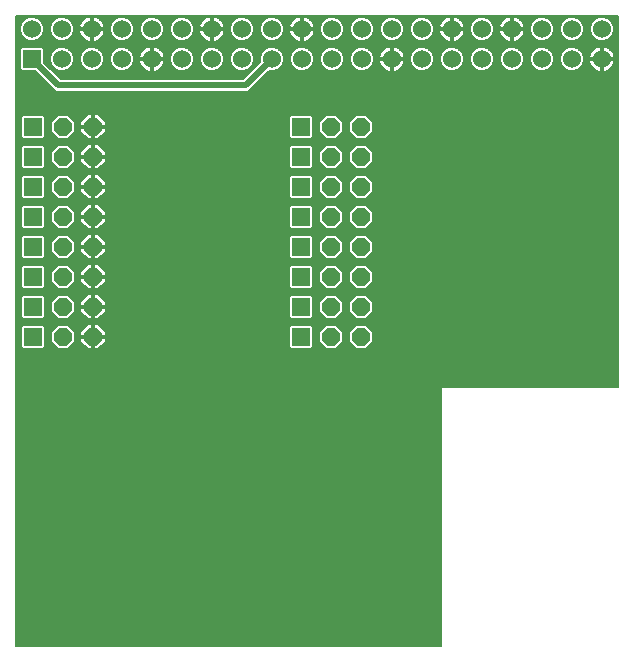
<source format=gbl>
G75*
%MOIN*%
%OFA0B0*%
%FSLAX25Y25*%
%IPPOS*%
%LPD*%
%AMOC8*
5,1,8,0,0,1.08239X$1,22.5*
%
%ADD10R,0.06000X0.06000*%
%ADD11C,0.06000*%
%ADD12R,0.05937X0.05937*%
%ADD13OC8,0.05937*%
%ADD14C,0.02000*%
%ADD15C,0.00500*%
D10*
X0037953Y0206693D03*
D11*
X0047900Y0206700D03*
X0057900Y0206700D03*
X0067900Y0206700D03*
X0077900Y0206700D03*
X0087900Y0206700D03*
X0097900Y0206700D03*
X0107900Y0206700D03*
X0117900Y0206700D03*
X0127900Y0206700D03*
X0137900Y0206700D03*
X0147900Y0206700D03*
X0157900Y0206700D03*
X0167900Y0206700D03*
X0177900Y0206700D03*
X0187900Y0206700D03*
X0197900Y0206700D03*
X0207900Y0206700D03*
X0217900Y0206700D03*
X0227900Y0206700D03*
X0227900Y0216700D03*
X0217900Y0216700D03*
X0207900Y0216700D03*
X0197900Y0216700D03*
X0187900Y0216700D03*
X0177900Y0216700D03*
X0167900Y0216700D03*
X0157900Y0216700D03*
X0147900Y0216700D03*
X0137900Y0216700D03*
X0127900Y0216700D03*
X0117900Y0216700D03*
X0107900Y0216700D03*
X0097900Y0216700D03*
X0087900Y0216700D03*
X0077900Y0216700D03*
X0067900Y0216700D03*
X0057900Y0216700D03*
X0047900Y0216700D03*
X0037900Y0216700D03*
D12*
X0038307Y0184134D03*
X0038307Y0174134D03*
X0038307Y0164134D03*
X0038307Y0154134D03*
X0038307Y0144134D03*
X0038307Y0134134D03*
X0038307Y0124134D03*
X0038307Y0114134D03*
X0127677Y0114134D03*
X0127677Y0124134D03*
X0127677Y0134134D03*
X0127677Y0144134D03*
X0127677Y0154134D03*
X0127677Y0164134D03*
X0127677Y0174134D03*
X0127677Y0184134D03*
D13*
X0137677Y0184134D03*
X0147677Y0184134D03*
X0147677Y0174134D03*
X0137677Y0174134D03*
X0137677Y0164134D03*
X0147677Y0164134D03*
X0147677Y0154134D03*
X0137677Y0154134D03*
X0137677Y0144134D03*
X0147677Y0144134D03*
X0147677Y0134134D03*
X0137677Y0134134D03*
X0137677Y0124134D03*
X0147677Y0124134D03*
X0147677Y0114134D03*
X0137677Y0114134D03*
X0058307Y0114134D03*
X0048307Y0114134D03*
X0048307Y0124134D03*
X0058307Y0124134D03*
X0058307Y0134134D03*
X0048307Y0134134D03*
X0048307Y0144134D03*
X0058307Y0144134D03*
X0058307Y0154134D03*
X0048307Y0154134D03*
X0048307Y0164134D03*
X0058307Y0164134D03*
X0058307Y0174134D03*
X0048307Y0174134D03*
X0048307Y0184134D03*
X0058307Y0184134D03*
D14*
X0046732Y0197913D02*
X0037953Y0206693D01*
X0046732Y0197913D02*
X0109113Y0197913D01*
X0117900Y0206700D01*
D15*
X0032559Y0220972D02*
X0032559Y0010906D01*
X0174291Y0010906D01*
X0174291Y0097520D01*
X0233346Y0097520D01*
X0233346Y0220972D01*
X0032559Y0220972D01*
X0032559Y0220855D02*
X0056968Y0220855D01*
X0056905Y0220845D02*
X0056269Y0220639D01*
X0055673Y0220335D01*
X0055131Y0219942D01*
X0054658Y0219469D01*
X0054265Y0218927D01*
X0053961Y0218331D01*
X0053755Y0217695D01*
X0053650Y0217034D01*
X0053650Y0216950D01*
X0057650Y0216950D01*
X0057650Y0220950D01*
X0057566Y0220950D01*
X0056905Y0220845D01*
X0057650Y0220855D02*
X0058150Y0220855D01*
X0058150Y0220950D02*
X0058234Y0220950D01*
X0058895Y0220845D01*
X0059531Y0220639D01*
X0060127Y0220335D01*
X0060669Y0219942D01*
X0061142Y0219469D01*
X0061535Y0218927D01*
X0061839Y0218331D01*
X0062045Y0217695D01*
X0062150Y0217034D01*
X0062150Y0216950D01*
X0058150Y0216950D01*
X0058150Y0216450D01*
X0062150Y0216450D01*
X0062150Y0216366D01*
X0062045Y0215705D01*
X0061839Y0215069D01*
X0061535Y0214473D01*
X0061142Y0213931D01*
X0060669Y0213458D01*
X0060127Y0213065D01*
X0059531Y0212761D01*
X0058895Y0212555D01*
X0058234Y0212450D01*
X0058150Y0212450D01*
X0058150Y0216450D01*
X0057650Y0216450D01*
X0057650Y0212450D01*
X0057566Y0212450D01*
X0056905Y0212555D01*
X0056269Y0212761D01*
X0055673Y0213065D01*
X0055131Y0213458D01*
X0054658Y0213931D01*
X0054265Y0214473D01*
X0053961Y0215069D01*
X0053755Y0215705D01*
X0053650Y0216366D01*
X0053650Y0216450D01*
X0057650Y0216450D01*
X0057650Y0216950D01*
X0058150Y0216950D01*
X0058150Y0220950D01*
X0058150Y0220357D02*
X0057650Y0220357D01*
X0057650Y0219858D02*
X0058150Y0219858D01*
X0058150Y0219360D02*
X0057650Y0219360D01*
X0057650Y0218861D02*
X0058150Y0218861D01*
X0058150Y0218363D02*
X0057650Y0218363D01*
X0057650Y0217864D02*
X0058150Y0217864D01*
X0058150Y0217366D02*
X0057650Y0217366D01*
X0057650Y0216867D02*
X0051950Y0216867D01*
X0051950Y0216369D02*
X0053650Y0216369D01*
X0053728Y0215870D02*
X0051940Y0215870D01*
X0051950Y0215894D02*
X0051333Y0214406D01*
X0050194Y0213267D01*
X0048706Y0212650D01*
X0047094Y0212650D01*
X0045606Y0213267D01*
X0044467Y0214406D01*
X0043850Y0215894D01*
X0043850Y0217506D01*
X0044467Y0218994D01*
X0045606Y0220133D01*
X0047094Y0220750D01*
X0048706Y0220750D01*
X0050194Y0220133D01*
X0051333Y0218994D01*
X0051950Y0217506D01*
X0051950Y0215894D01*
X0051734Y0215372D02*
X0053863Y0215372D01*
X0054061Y0214873D02*
X0051527Y0214873D01*
X0051302Y0214375D02*
X0054336Y0214375D01*
X0054713Y0213876D02*
X0050804Y0213876D01*
X0050305Y0213378D02*
X0055242Y0213378D01*
X0056037Y0212879D02*
X0049259Y0212879D01*
X0048706Y0210750D02*
X0047094Y0210750D01*
X0045606Y0210133D01*
X0044467Y0208994D01*
X0043850Y0207506D01*
X0043850Y0205894D01*
X0044467Y0204406D01*
X0045606Y0203267D01*
X0047094Y0202650D01*
X0048706Y0202650D01*
X0050194Y0203267D01*
X0051333Y0204406D01*
X0051950Y0205894D01*
X0051950Y0207506D01*
X0051333Y0208994D01*
X0050194Y0210133D01*
X0048706Y0210750D01*
X0049583Y0210387D02*
X0056217Y0210387D01*
X0055606Y0210133D02*
X0054467Y0208994D01*
X0053850Y0207506D01*
X0053850Y0205894D01*
X0054467Y0204406D01*
X0055606Y0203267D01*
X0057094Y0202650D01*
X0058706Y0202650D01*
X0060194Y0203267D01*
X0061333Y0204406D01*
X0061950Y0205894D01*
X0061950Y0207506D01*
X0061333Y0208994D01*
X0060194Y0210133D01*
X0058706Y0210750D01*
X0057094Y0210750D01*
X0055606Y0210133D01*
X0055361Y0209888D02*
X0050439Y0209888D01*
X0050938Y0209390D02*
X0054862Y0209390D01*
X0054424Y0208891D02*
X0051376Y0208891D01*
X0051583Y0208393D02*
X0054217Y0208393D01*
X0054011Y0207894D02*
X0051789Y0207894D01*
X0051950Y0207396D02*
X0053850Y0207396D01*
X0053850Y0206897D02*
X0051950Y0206897D01*
X0051950Y0206399D02*
X0053850Y0206399D01*
X0053850Y0205900D02*
X0051950Y0205900D01*
X0051746Y0205402D02*
X0054054Y0205402D01*
X0054261Y0204903D02*
X0051539Y0204903D01*
X0051332Y0204405D02*
X0054468Y0204405D01*
X0054966Y0203906D02*
X0050834Y0203906D01*
X0050335Y0203408D02*
X0055465Y0203408D01*
X0056469Y0202909D02*
X0049331Y0202909D01*
X0046469Y0202909D02*
X0044636Y0202909D01*
X0045134Y0202410D02*
X0110711Y0202410D01*
X0110213Y0201912D02*
X0045633Y0201912D01*
X0046131Y0201413D02*
X0109714Y0201413D01*
X0109216Y0200915D02*
X0046630Y0200915D01*
X0047128Y0200416D02*
X0108717Y0200416D01*
X0108264Y0199963D02*
X0047581Y0199963D01*
X0042003Y0205542D01*
X0042003Y0210128D01*
X0041388Y0210743D01*
X0034518Y0210743D01*
X0033903Y0210128D01*
X0033903Y0203258D01*
X0034518Y0202643D01*
X0039104Y0202643D01*
X0045883Y0195863D01*
X0109963Y0195863D01*
X0111163Y0197064D01*
X0116850Y0202751D01*
X0117094Y0202650D01*
X0118706Y0202650D01*
X0120194Y0203267D01*
X0121333Y0204406D01*
X0121950Y0205894D01*
X0121950Y0207506D01*
X0121333Y0208994D01*
X0120194Y0210133D01*
X0118706Y0210750D01*
X0117094Y0210750D01*
X0115606Y0210133D01*
X0114467Y0208994D01*
X0113850Y0207506D01*
X0113850Y0205894D01*
X0113951Y0205650D01*
X0108264Y0199963D01*
X0108706Y0202650D02*
X0110194Y0203267D01*
X0111333Y0204406D01*
X0111950Y0205894D01*
X0111950Y0207506D01*
X0111333Y0208994D01*
X0110194Y0210133D01*
X0108706Y0210750D01*
X0107094Y0210750D01*
X0105606Y0210133D01*
X0104467Y0208994D01*
X0103850Y0207506D01*
X0103850Y0205894D01*
X0104467Y0204406D01*
X0105606Y0203267D01*
X0107094Y0202650D01*
X0108706Y0202650D01*
X0109331Y0202909D02*
X0111210Y0202909D01*
X0111708Y0203408D02*
X0110335Y0203408D01*
X0110834Y0203906D02*
X0112207Y0203906D01*
X0112705Y0204405D02*
X0111332Y0204405D01*
X0111539Y0204903D02*
X0113204Y0204903D01*
X0113702Y0205402D02*
X0111746Y0205402D01*
X0111950Y0205900D02*
X0113850Y0205900D01*
X0113850Y0206399D02*
X0111950Y0206399D01*
X0111950Y0206897D02*
X0113850Y0206897D01*
X0113850Y0207396D02*
X0111950Y0207396D01*
X0111789Y0207894D02*
X0114011Y0207894D01*
X0114217Y0208393D02*
X0111583Y0208393D01*
X0111376Y0208891D02*
X0114424Y0208891D01*
X0114862Y0209390D02*
X0110938Y0209390D01*
X0110439Y0209888D02*
X0115361Y0209888D01*
X0116217Y0210387D02*
X0109583Y0210387D01*
X0108706Y0212650D02*
X0110194Y0213267D01*
X0111333Y0214406D01*
X0111950Y0215894D01*
X0111950Y0217506D01*
X0111333Y0218994D01*
X0110194Y0220133D01*
X0108706Y0220750D01*
X0107094Y0220750D01*
X0105606Y0220133D01*
X0104467Y0218994D01*
X0103850Y0217506D01*
X0103850Y0215894D01*
X0104467Y0214406D01*
X0105606Y0213267D01*
X0107094Y0212650D01*
X0108706Y0212650D01*
X0109259Y0212879D02*
X0116541Y0212879D01*
X0117094Y0212650D02*
X0118706Y0212650D01*
X0120194Y0213267D01*
X0121333Y0214406D01*
X0121950Y0215894D01*
X0121950Y0217506D01*
X0121333Y0218994D01*
X0120194Y0220133D01*
X0118706Y0220750D01*
X0117094Y0220750D01*
X0115606Y0220133D01*
X0114467Y0218994D01*
X0113850Y0217506D01*
X0113850Y0215894D01*
X0114467Y0214406D01*
X0115606Y0213267D01*
X0117094Y0212650D01*
X0115495Y0213378D02*
X0110305Y0213378D01*
X0110804Y0213876D02*
X0114996Y0213876D01*
X0114498Y0214375D02*
X0111302Y0214375D01*
X0111527Y0214873D02*
X0114273Y0214873D01*
X0114066Y0215372D02*
X0111734Y0215372D01*
X0111940Y0215870D02*
X0113860Y0215870D01*
X0113850Y0216369D02*
X0111950Y0216369D01*
X0111950Y0216867D02*
X0113850Y0216867D01*
X0113850Y0217366D02*
X0111950Y0217366D01*
X0111801Y0217864D02*
X0113999Y0217864D01*
X0114205Y0218363D02*
X0111595Y0218363D01*
X0111388Y0218861D02*
X0114412Y0218861D01*
X0114832Y0219360D02*
X0110968Y0219360D01*
X0110469Y0219858D02*
X0115331Y0219858D01*
X0116145Y0220357D02*
X0109655Y0220357D01*
X0106145Y0220357D02*
X0100084Y0220357D01*
X0100127Y0220335D02*
X0099531Y0220639D01*
X0098895Y0220845D01*
X0098234Y0220950D01*
X0098150Y0220950D01*
X0098150Y0216950D01*
X0102150Y0216950D01*
X0102150Y0217034D01*
X0102045Y0217695D01*
X0101839Y0218331D01*
X0101535Y0218927D01*
X0101142Y0219469D01*
X0100669Y0219942D01*
X0100127Y0220335D01*
X0100752Y0219858D02*
X0105331Y0219858D01*
X0104832Y0219360D02*
X0101221Y0219360D01*
X0101569Y0218861D02*
X0104412Y0218861D01*
X0104205Y0218363D02*
X0101823Y0218363D01*
X0101990Y0217864D02*
X0103999Y0217864D01*
X0103850Y0217366D02*
X0102098Y0217366D01*
X0102150Y0216450D02*
X0098150Y0216450D01*
X0098150Y0216950D01*
X0097650Y0216950D01*
X0097650Y0220950D01*
X0097566Y0220950D01*
X0096905Y0220845D01*
X0096269Y0220639D01*
X0095673Y0220335D01*
X0095131Y0219942D01*
X0094658Y0219469D01*
X0094265Y0218927D01*
X0093961Y0218331D01*
X0093755Y0217695D01*
X0093650Y0217034D01*
X0093650Y0216950D01*
X0097650Y0216950D01*
X0097650Y0216450D01*
X0098150Y0216450D01*
X0098150Y0212450D01*
X0098234Y0212450D01*
X0098895Y0212555D01*
X0099531Y0212761D01*
X0100127Y0213065D01*
X0100669Y0213458D01*
X0101142Y0213931D01*
X0101535Y0214473D01*
X0101839Y0215069D01*
X0102045Y0215705D01*
X0102150Y0216366D01*
X0102150Y0216450D01*
X0102150Y0216369D02*
X0103850Y0216369D01*
X0103850Y0216867D02*
X0098150Y0216867D01*
X0098150Y0216369D02*
X0097650Y0216369D01*
X0097650Y0216450D02*
X0097650Y0212450D01*
X0097566Y0212450D01*
X0096905Y0212555D01*
X0096269Y0212761D01*
X0095673Y0213065D01*
X0095131Y0213458D01*
X0094658Y0213931D01*
X0094265Y0214473D01*
X0093961Y0215069D01*
X0093755Y0215705D01*
X0093650Y0216366D01*
X0093650Y0216450D01*
X0097650Y0216450D01*
X0097650Y0216867D02*
X0091950Y0216867D01*
X0091950Y0216369D02*
X0093650Y0216369D01*
X0093728Y0215870D02*
X0091940Y0215870D01*
X0091950Y0215894D02*
X0091333Y0214406D01*
X0090194Y0213267D01*
X0088706Y0212650D01*
X0087094Y0212650D01*
X0085606Y0213267D01*
X0084467Y0214406D01*
X0083850Y0215894D01*
X0083850Y0217506D01*
X0084467Y0218994D01*
X0085606Y0220133D01*
X0087094Y0220750D01*
X0088706Y0220750D01*
X0090194Y0220133D01*
X0091333Y0218994D01*
X0091950Y0217506D01*
X0091950Y0215894D01*
X0091734Y0215372D02*
X0093863Y0215372D01*
X0094061Y0214873D02*
X0091527Y0214873D01*
X0091302Y0214375D02*
X0094336Y0214375D01*
X0094713Y0213876D02*
X0090804Y0213876D01*
X0090305Y0213378D02*
X0095242Y0213378D01*
X0096037Y0212879D02*
X0089259Y0212879D01*
X0088706Y0210750D02*
X0087094Y0210750D01*
X0085606Y0210133D01*
X0084467Y0208994D01*
X0083850Y0207506D01*
X0083850Y0205894D01*
X0084467Y0204406D01*
X0085606Y0203267D01*
X0087094Y0202650D01*
X0088706Y0202650D01*
X0090194Y0203267D01*
X0091333Y0204406D01*
X0091950Y0205894D01*
X0091950Y0207506D01*
X0091333Y0208994D01*
X0090194Y0210133D01*
X0088706Y0210750D01*
X0089583Y0210387D02*
X0096217Y0210387D01*
X0095606Y0210133D02*
X0094467Y0208994D01*
X0093850Y0207506D01*
X0093850Y0205894D01*
X0094467Y0204406D01*
X0095606Y0203267D01*
X0097094Y0202650D01*
X0098706Y0202650D01*
X0100194Y0203267D01*
X0101333Y0204406D01*
X0101950Y0205894D01*
X0101950Y0207506D01*
X0101333Y0208994D01*
X0100194Y0210133D01*
X0098706Y0210750D01*
X0097094Y0210750D01*
X0095606Y0210133D01*
X0095361Y0209888D02*
X0090439Y0209888D01*
X0090938Y0209390D02*
X0094862Y0209390D01*
X0094424Y0208891D02*
X0091376Y0208891D01*
X0091583Y0208393D02*
X0094217Y0208393D01*
X0094011Y0207894D02*
X0091789Y0207894D01*
X0091950Y0207396D02*
X0093850Y0207396D01*
X0093850Y0206897D02*
X0091950Y0206897D01*
X0091950Y0206399D02*
X0093850Y0206399D01*
X0093850Y0205900D02*
X0091950Y0205900D01*
X0091746Y0205402D02*
X0094054Y0205402D01*
X0094261Y0204903D02*
X0091539Y0204903D01*
X0091332Y0204405D02*
X0094468Y0204405D01*
X0094966Y0203906D02*
X0090834Y0203906D01*
X0090335Y0203408D02*
X0095465Y0203408D01*
X0096469Y0202909D02*
X0089331Y0202909D01*
X0086469Y0202909D02*
X0079821Y0202909D01*
X0079531Y0202761D02*
X0080127Y0203065D01*
X0080669Y0203458D01*
X0081142Y0203931D01*
X0081535Y0204473D01*
X0081839Y0205069D01*
X0082045Y0205705D01*
X0082150Y0206366D01*
X0082150Y0206450D01*
X0078150Y0206450D01*
X0078150Y0206950D01*
X0082150Y0206950D01*
X0082150Y0207034D01*
X0082045Y0207695D01*
X0081839Y0208331D01*
X0081535Y0208927D01*
X0081142Y0209469D01*
X0080669Y0209942D01*
X0080127Y0210335D01*
X0079531Y0210639D01*
X0078895Y0210845D01*
X0078234Y0210950D01*
X0078150Y0210950D01*
X0078150Y0206950D01*
X0077650Y0206950D01*
X0077650Y0210950D01*
X0077566Y0210950D01*
X0076905Y0210845D01*
X0076269Y0210639D01*
X0075673Y0210335D01*
X0075131Y0209942D01*
X0074658Y0209469D01*
X0074265Y0208927D01*
X0073961Y0208331D01*
X0073755Y0207695D01*
X0073650Y0207034D01*
X0073650Y0206950D01*
X0077650Y0206950D01*
X0077650Y0206450D01*
X0078150Y0206450D01*
X0078150Y0202450D01*
X0078234Y0202450D01*
X0078895Y0202555D01*
X0079531Y0202761D01*
X0080599Y0203408D02*
X0085465Y0203408D01*
X0084966Y0203906D02*
X0081116Y0203906D01*
X0081486Y0204405D02*
X0084468Y0204405D01*
X0084261Y0204903D02*
X0081754Y0204903D01*
X0081947Y0205402D02*
X0084054Y0205402D01*
X0083850Y0205900D02*
X0082076Y0205900D01*
X0082150Y0206399D02*
X0083850Y0206399D01*
X0083850Y0206897D02*
X0078150Y0206897D01*
X0078150Y0206399D02*
X0077650Y0206399D01*
X0077650Y0206450D02*
X0077650Y0202450D01*
X0077566Y0202450D01*
X0076905Y0202555D01*
X0076269Y0202761D01*
X0075673Y0203065D01*
X0075131Y0203458D01*
X0074658Y0203931D01*
X0074265Y0204473D01*
X0073961Y0205069D01*
X0073755Y0205705D01*
X0073650Y0206366D01*
X0073650Y0206450D01*
X0077650Y0206450D01*
X0077650Y0206897D02*
X0071950Y0206897D01*
X0071950Y0206399D02*
X0073650Y0206399D01*
X0073724Y0205900D02*
X0071950Y0205900D01*
X0071950Y0205894D02*
X0071333Y0204406D01*
X0070194Y0203267D01*
X0068706Y0202650D01*
X0067094Y0202650D01*
X0065606Y0203267D01*
X0064467Y0204406D01*
X0063850Y0205894D01*
X0063850Y0207506D01*
X0064467Y0208994D01*
X0065606Y0210133D01*
X0067094Y0210750D01*
X0068706Y0210750D01*
X0070194Y0210133D01*
X0071333Y0208994D01*
X0071950Y0207506D01*
X0071950Y0205894D01*
X0071746Y0205402D02*
X0073853Y0205402D01*
X0074046Y0204903D02*
X0071539Y0204903D01*
X0071332Y0204405D02*
X0074314Y0204405D01*
X0074684Y0203906D02*
X0070834Y0203906D01*
X0070335Y0203408D02*
X0075201Y0203408D01*
X0075979Y0202909D02*
X0069331Y0202909D01*
X0066469Y0202909D02*
X0059331Y0202909D01*
X0060335Y0203408D02*
X0065465Y0203408D01*
X0064966Y0203906D02*
X0060834Y0203906D01*
X0061332Y0204405D02*
X0064468Y0204405D01*
X0064261Y0204903D02*
X0061539Y0204903D01*
X0061746Y0205402D02*
X0064054Y0205402D01*
X0063850Y0205900D02*
X0061950Y0205900D01*
X0061950Y0206399D02*
X0063850Y0206399D01*
X0063850Y0206897D02*
X0061950Y0206897D01*
X0061950Y0207396D02*
X0063850Y0207396D01*
X0064011Y0207894D02*
X0061789Y0207894D01*
X0061583Y0208393D02*
X0064217Y0208393D01*
X0064424Y0208891D02*
X0061376Y0208891D01*
X0060938Y0209390D02*
X0064862Y0209390D01*
X0065361Y0209888D02*
X0060439Y0209888D01*
X0059583Y0210387D02*
X0066217Y0210387D01*
X0067094Y0212650D02*
X0068706Y0212650D01*
X0070194Y0213267D01*
X0071333Y0214406D01*
X0071950Y0215894D01*
X0071950Y0217506D01*
X0071333Y0218994D01*
X0070194Y0220133D01*
X0068706Y0220750D01*
X0067094Y0220750D01*
X0065606Y0220133D01*
X0064467Y0218994D01*
X0063850Y0217506D01*
X0063850Y0215894D01*
X0064467Y0214406D01*
X0065606Y0213267D01*
X0067094Y0212650D01*
X0066541Y0212879D02*
X0059763Y0212879D01*
X0060558Y0213378D02*
X0065495Y0213378D01*
X0064996Y0213876D02*
X0061087Y0213876D01*
X0061464Y0214375D02*
X0064498Y0214375D01*
X0064273Y0214873D02*
X0061739Y0214873D01*
X0061937Y0215372D02*
X0064066Y0215372D01*
X0063860Y0215870D02*
X0062072Y0215870D01*
X0062150Y0216369D02*
X0063850Y0216369D01*
X0063850Y0216867D02*
X0058150Y0216867D01*
X0058150Y0216369D02*
X0057650Y0216369D01*
X0057650Y0215870D02*
X0058150Y0215870D01*
X0058150Y0215372D02*
X0057650Y0215372D01*
X0057650Y0214873D02*
X0058150Y0214873D01*
X0058150Y0214375D02*
X0057650Y0214375D01*
X0057650Y0213876D02*
X0058150Y0213876D01*
X0058150Y0213378D02*
X0057650Y0213378D01*
X0057650Y0212879D02*
X0058150Y0212879D01*
X0062098Y0217366D02*
X0063850Y0217366D01*
X0063999Y0217864D02*
X0061990Y0217864D01*
X0061823Y0218363D02*
X0064205Y0218363D01*
X0064412Y0218861D02*
X0061569Y0218861D01*
X0061221Y0219360D02*
X0064832Y0219360D01*
X0065331Y0219858D02*
X0060752Y0219858D01*
X0060084Y0220357D02*
X0066145Y0220357D01*
X0069655Y0220357D02*
X0076145Y0220357D01*
X0075606Y0220133D02*
X0074467Y0218994D01*
X0073850Y0217506D01*
X0073850Y0215894D01*
X0074467Y0214406D01*
X0075606Y0213267D01*
X0077094Y0212650D01*
X0078706Y0212650D01*
X0080194Y0213267D01*
X0081333Y0214406D01*
X0081950Y0215894D01*
X0081950Y0217506D01*
X0081333Y0218994D01*
X0080194Y0220133D01*
X0078706Y0220750D01*
X0077094Y0220750D01*
X0075606Y0220133D01*
X0075331Y0219858D02*
X0070469Y0219858D01*
X0070968Y0219360D02*
X0074832Y0219360D01*
X0074412Y0218861D02*
X0071388Y0218861D01*
X0071595Y0218363D02*
X0074205Y0218363D01*
X0073999Y0217864D02*
X0071801Y0217864D01*
X0071950Y0217366D02*
X0073850Y0217366D01*
X0073850Y0216867D02*
X0071950Y0216867D01*
X0071950Y0216369D02*
X0073850Y0216369D01*
X0073860Y0215870D02*
X0071940Y0215870D01*
X0071734Y0215372D02*
X0074066Y0215372D01*
X0074273Y0214873D02*
X0071527Y0214873D01*
X0071302Y0214375D02*
X0074498Y0214375D01*
X0074996Y0213876D02*
X0070804Y0213876D01*
X0070305Y0213378D02*
X0075495Y0213378D01*
X0076541Y0212879D02*
X0069259Y0212879D01*
X0069583Y0210387D02*
X0075774Y0210387D01*
X0075078Y0209888D02*
X0070439Y0209888D01*
X0070938Y0209390D02*
X0074601Y0209390D01*
X0074247Y0208891D02*
X0071376Y0208891D01*
X0071583Y0208393D02*
X0073993Y0208393D01*
X0073819Y0207894D02*
X0071789Y0207894D01*
X0071950Y0207396D02*
X0073707Y0207396D01*
X0077650Y0207396D02*
X0078150Y0207396D01*
X0078150Y0207894D02*
X0077650Y0207894D01*
X0077650Y0208393D02*
X0078150Y0208393D01*
X0078150Y0208891D02*
X0077650Y0208891D01*
X0077650Y0209390D02*
X0078150Y0209390D01*
X0078150Y0209888D02*
X0077650Y0209888D01*
X0077650Y0210387D02*
X0078150Y0210387D01*
X0078150Y0210885D02*
X0077650Y0210885D01*
X0077156Y0210885D02*
X0032559Y0210885D01*
X0032559Y0210387D02*
X0034162Y0210387D01*
X0033903Y0209888D02*
X0032559Y0209888D01*
X0032559Y0209390D02*
X0033903Y0209390D01*
X0033903Y0208891D02*
X0032559Y0208891D01*
X0032559Y0208393D02*
X0033903Y0208393D01*
X0033903Y0207894D02*
X0032559Y0207894D01*
X0032559Y0207396D02*
X0033903Y0207396D01*
X0033903Y0206897D02*
X0032559Y0206897D01*
X0032559Y0206399D02*
X0033903Y0206399D01*
X0033903Y0205900D02*
X0032559Y0205900D01*
X0032559Y0205402D02*
X0033903Y0205402D01*
X0033903Y0204903D02*
X0032559Y0204903D01*
X0032559Y0204405D02*
X0033903Y0204405D01*
X0033903Y0203906D02*
X0032559Y0203906D01*
X0032559Y0203408D02*
X0033903Y0203408D01*
X0034252Y0202909D02*
X0032559Y0202909D01*
X0032559Y0202410D02*
X0039336Y0202410D01*
X0039835Y0201912D02*
X0032559Y0201912D01*
X0032559Y0201413D02*
X0040333Y0201413D01*
X0040832Y0200915D02*
X0032559Y0200915D01*
X0032559Y0200416D02*
X0041330Y0200416D01*
X0041829Y0199918D02*
X0032559Y0199918D01*
X0032559Y0199419D02*
X0042327Y0199419D01*
X0042826Y0198921D02*
X0032559Y0198921D01*
X0032559Y0198422D02*
X0043324Y0198422D01*
X0043823Y0197924D02*
X0032559Y0197924D01*
X0032559Y0197425D02*
X0044321Y0197425D01*
X0044820Y0196927D02*
X0032559Y0196927D01*
X0032559Y0196428D02*
X0045318Y0196428D01*
X0045817Y0195930D02*
X0032559Y0195930D01*
X0032559Y0195431D02*
X0233346Y0195431D01*
X0233346Y0194933D02*
X0032559Y0194933D01*
X0032559Y0194434D02*
X0233346Y0194434D01*
X0233346Y0193936D02*
X0032559Y0193936D01*
X0032559Y0193437D02*
X0233346Y0193437D01*
X0233346Y0192939D02*
X0032559Y0192939D01*
X0032559Y0192440D02*
X0233346Y0192440D01*
X0233346Y0191942D02*
X0032559Y0191942D01*
X0032559Y0191443D02*
X0233346Y0191443D01*
X0233346Y0190945D02*
X0032559Y0190945D01*
X0032559Y0190446D02*
X0233346Y0190446D01*
X0233346Y0189948D02*
X0032559Y0189948D01*
X0032559Y0189449D02*
X0233346Y0189449D01*
X0233346Y0188951D02*
X0032559Y0188951D01*
X0032559Y0188452D02*
X0233346Y0188452D01*
X0233346Y0187954D02*
X0149540Y0187954D01*
X0149342Y0188152D02*
X0146013Y0188152D01*
X0143659Y0185798D01*
X0143659Y0182469D01*
X0146013Y0180115D01*
X0149342Y0180115D01*
X0151696Y0182469D01*
X0151696Y0185798D01*
X0149342Y0188152D01*
X0150039Y0187455D02*
X0233346Y0187455D01*
X0233346Y0186957D02*
X0150537Y0186957D01*
X0151036Y0186458D02*
X0233346Y0186458D01*
X0233346Y0185960D02*
X0151534Y0185960D01*
X0151696Y0185461D02*
X0233346Y0185461D01*
X0233346Y0184963D02*
X0151696Y0184963D01*
X0151696Y0184464D02*
X0233346Y0184464D01*
X0233346Y0183966D02*
X0151696Y0183966D01*
X0151696Y0183467D02*
X0233346Y0183467D01*
X0233346Y0182969D02*
X0151696Y0182969D01*
X0151696Y0182470D02*
X0233346Y0182470D01*
X0233346Y0181972D02*
X0151198Y0181972D01*
X0150699Y0181473D02*
X0233346Y0181473D01*
X0233346Y0180974D02*
X0150201Y0180974D01*
X0149702Y0180476D02*
X0233346Y0180476D01*
X0233346Y0179977D02*
X0060117Y0179977D01*
X0060054Y0179915D02*
X0062526Y0182386D01*
X0062526Y0183884D01*
X0058557Y0183884D01*
X0058557Y0184384D01*
X0058057Y0184384D01*
X0058057Y0188352D01*
X0056560Y0188352D01*
X0054089Y0185881D01*
X0054089Y0184384D01*
X0058057Y0184384D01*
X0058057Y0183884D01*
X0054089Y0183884D01*
X0054089Y0182386D01*
X0056560Y0179915D01*
X0058057Y0179915D01*
X0058057Y0183884D01*
X0058557Y0183884D01*
X0058557Y0179915D01*
X0060054Y0179915D01*
X0060615Y0180476D02*
X0123913Y0180476D01*
X0123659Y0180730D02*
X0124274Y0180115D01*
X0131081Y0180115D01*
X0131696Y0180730D01*
X0131696Y0187537D01*
X0131081Y0188152D01*
X0124274Y0188152D01*
X0123659Y0187537D01*
X0123659Y0180730D01*
X0123659Y0180974D02*
X0061114Y0180974D01*
X0061612Y0181473D02*
X0123659Y0181473D01*
X0123659Y0181972D02*
X0062111Y0181972D01*
X0062526Y0182470D02*
X0123659Y0182470D01*
X0123659Y0182969D02*
X0062526Y0182969D01*
X0062526Y0183467D02*
X0123659Y0183467D01*
X0123659Y0183966D02*
X0058557Y0183966D01*
X0058557Y0184384D02*
X0062526Y0184384D01*
X0062526Y0185881D01*
X0060054Y0188352D01*
X0058557Y0188352D01*
X0058557Y0184384D01*
X0058557Y0184464D02*
X0058057Y0184464D01*
X0058057Y0183966D02*
X0052326Y0183966D01*
X0052326Y0184464D02*
X0054089Y0184464D01*
X0054089Y0184963D02*
X0052326Y0184963D01*
X0052326Y0185461D02*
X0054089Y0185461D01*
X0054167Y0185960D02*
X0052164Y0185960D01*
X0052326Y0185798D02*
X0049972Y0188152D01*
X0046643Y0188152D01*
X0044289Y0185798D01*
X0044289Y0182469D01*
X0046643Y0180115D01*
X0049972Y0180115D01*
X0052326Y0182469D01*
X0052326Y0185798D01*
X0051666Y0186458D02*
X0054665Y0186458D01*
X0055164Y0186957D02*
X0051167Y0186957D01*
X0050669Y0187455D02*
X0055663Y0187455D01*
X0056161Y0187954D02*
X0050170Y0187954D01*
X0046444Y0187954D02*
X0041909Y0187954D01*
X0041711Y0188152D02*
X0034904Y0188152D01*
X0034289Y0187537D01*
X0034289Y0180730D01*
X0034904Y0180115D01*
X0041711Y0180115D01*
X0042326Y0180730D01*
X0042326Y0187537D01*
X0041711Y0188152D01*
X0042326Y0187455D02*
X0045945Y0187455D01*
X0045447Y0186957D02*
X0042326Y0186957D01*
X0042326Y0186458D02*
X0044948Y0186458D01*
X0044450Y0185960D02*
X0042326Y0185960D01*
X0042326Y0185461D02*
X0044289Y0185461D01*
X0044289Y0184963D02*
X0042326Y0184963D01*
X0042326Y0184464D02*
X0044289Y0184464D01*
X0044289Y0183966D02*
X0042326Y0183966D01*
X0042326Y0183467D02*
X0044289Y0183467D01*
X0044289Y0182969D02*
X0042326Y0182969D01*
X0042326Y0182470D02*
X0044289Y0182470D01*
X0044786Y0181972D02*
X0042326Y0181972D01*
X0042326Y0181473D02*
X0045285Y0181473D01*
X0045783Y0180974D02*
X0042326Y0180974D01*
X0042071Y0180476D02*
X0046282Y0180476D01*
X0046643Y0178152D02*
X0044289Y0175798D01*
X0044289Y0172469D01*
X0046643Y0170115D01*
X0049972Y0170115D01*
X0052326Y0172469D01*
X0052326Y0175798D01*
X0049972Y0178152D01*
X0046643Y0178152D01*
X0046474Y0177983D02*
X0041879Y0177983D01*
X0041711Y0178152D02*
X0034904Y0178152D01*
X0034289Y0177537D01*
X0034289Y0170730D01*
X0034904Y0170115D01*
X0041711Y0170115D01*
X0042326Y0170730D01*
X0042326Y0177537D01*
X0041711Y0178152D01*
X0042326Y0177485D02*
X0045975Y0177485D01*
X0045477Y0176986D02*
X0042326Y0176986D01*
X0042326Y0176488D02*
X0044978Y0176488D01*
X0044480Y0175989D02*
X0042326Y0175989D01*
X0042326Y0175491D02*
X0044289Y0175491D01*
X0044289Y0174992D02*
X0042326Y0174992D01*
X0042326Y0174494D02*
X0044289Y0174494D01*
X0044289Y0173995D02*
X0042326Y0173995D01*
X0042326Y0173497D02*
X0044289Y0173497D01*
X0044289Y0172998D02*
X0042326Y0172998D01*
X0042326Y0172500D02*
X0044289Y0172500D01*
X0044757Y0172001D02*
X0042326Y0172001D01*
X0042326Y0171503D02*
X0045255Y0171503D01*
X0045754Y0171004D02*
X0042326Y0171004D01*
X0042101Y0170506D02*
X0046252Y0170506D01*
X0046643Y0168152D02*
X0044289Y0165798D01*
X0044289Y0162469D01*
X0046643Y0160115D01*
X0049972Y0160115D01*
X0052326Y0162469D01*
X0052326Y0165798D01*
X0049972Y0168152D01*
X0046643Y0168152D01*
X0046503Y0168013D02*
X0041850Y0168013D01*
X0041711Y0168152D02*
X0034904Y0168152D01*
X0034289Y0167537D01*
X0034289Y0160730D01*
X0034904Y0160115D01*
X0041711Y0160115D01*
X0042326Y0160730D01*
X0042326Y0167537D01*
X0041711Y0168152D01*
X0042326Y0167515D02*
X0046005Y0167515D01*
X0045506Y0167016D02*
X0042326Y0167016D01*
X0042326Y0166518D02*
X0045008Y0166518D01*
X0044509Y0166019D02*
X0042326Y0166019D01*
X0042326Y0165521D02*
X0044289Y0165521D01*
X0044289Y0165022D02*
X0042326Y0165022D01*
X0042326Y0164524D02*
X0044289Y0164524D01*
X0044289Y0164025D02*
X0042326Y0164025D01*
X0042326Y0163527D02*
X0044289Y0163527D01*
X0044289Y0163028D02*
X0042326Y0163028D01*
X0042326Y0162530D02*
X0044289Y0162530D01*
X0044727Y0162031D02*
X0042326Y0162031D01*
X0042326Y0161533D02*
X0045225Y0161533D01*
X0045724Y0161034D02*
X0042326Y0161034D01*
X0042131Y0160536D02*
X0046222Y0160536D01*
X0046643Y0158152D02*
X0044289Y0155798D01*
X0044289Y0152469D01*
X0046643Y0150115D01*
X0049972Y0150115D01*
X0052326Y0152469D01*
X0052326Y0155798D01*
X0049972Y0158152D01*
X0046643Y0158152D01*
X0046533Y0158043D02*
X0041820Y0158043D01*
X0041711Y0158152D02*
X0034904Y0158152D01*
X0034289Y0157537D01*
X0034289Y0150730D01*
X0034904Y0150115D01*
X0041711Y0150115D01*
X0042326Y0150730D01*
X0042326Y0157537D01*
X0041711Y0158152D01*
X0042318Y0157544D02*
X0046035Y0157544D01*
X0045536Y0157046D02*
X0042326Y0157046D01*
X0042326Y0156547D02*
X0045038Y0156547D01*
X0044539Y0156049D02*
X0042326Y0156049D01*
X0042326Y0155550D02*
X0044289Y0155550D01*
X0044289Y0155052D02*
X0042326Y0155052D01*
X0042326Y0154553D02*
X0044289Y0154553D01*
X0044289Y0154055D02*
X0042326Y0154055D01*
X0042326Y0153556D02*
X0044289Y0153556D01*
X0044289Y0153058D02*
X0042326Y0153058D01*
X0042326Y0152559D02*
X0044289Y0152559D01*
X0044697Y0152061D02*
X0042326Y0152061D01*
X0042326Y0151562D02*
X0045196Y0151562D01*
X0045694Y0151064D02*
X0042326Y0151064D01*
X0042160Y0150565D02*
X0046193Y0150565D01*
X0046643Y0148152D02*
X0044289Y0145798D01*
X0044289Y0142469D01*
X0046643Y0140115D01*
X0049972Y0140115D01*
X0052326Y0142469D01*
X0052326Y0145798D01*
X0049972Y0148152D01*
X0046643Y0148152D01*
X0046563Y0148073D02*
X0041790Y0148073D01*
X0041711Y0148152D02*
X0034904Y0148152D01*
X0034289Y0147537D01*
X0034289Y0140730D01*
X0034904Y0140115D01*
X0041711Y0140115D01*
X0042326Y0140730D01*
X0042326Y0147537D01*
X0041711Y0148152D01*
X0042289Y0147574D02*
X0046064Y0147574D01*
X0045566Y0147076D02*
X0042326Y0147076D01*
X0042326Y0146577D02*
X0045067Y0146577D01*
X0044569Y0146079D02*
X0042326Y0146079D01*
X0042326Y0145580D02*
X0044289Y0145580D01*
X0044289Y0145082D02*
X0042326Y0145082D01*
X0042326Y0144583D02*
X0044289Y0144583D01*
X0044289Y0144085D02*
X0042326Y0144085D01*
X0042326Y0143586D02*
X0044289Y0143586D01*
X0044289Y0143088D02*
X0042326Y0143088D01*
X0042326Y0142589D02*
X0044289Y0142589D01*
X0044667Y0142091D02*
X0042326Y0142091D01*
X0042326Y0141592D02*
X0045166Y0141592D01*
X0045664Y0141094D02*
X0042326Y0141094D01*
X0042190Y0140595D02*
X0046163Y0140595D01*
X0046643Y0138152D02*
X0044289Y0135798D01*
X0044289Y0132469D01*
X0046643Y0130115D01*
X0049972Y0130115D01*
X0052326Y0132469D01*
X0052326Y0135798D01*
X0049972Y0138152D01*
X0046643Y0138152D01*
X0046593Y0138103D02*
X0041760Y0138103D01*
X0041711Y0138152D02*
X0034904Y0138152D01*
X0034289Y0137537D01*
X0034289Y0130730D01*
X0034904Y0130115D01*
X0041711Y0130115D01*
X0042326Y0130730D01*
X0042326Y0137537D01*
X0041711Y0138152D01*
X0042259Y0137604D02*
X0046094Y0137604D01*
X0045596Y0137105D02*
X0042326Y0137105D01*
X0042326Y0136607D02*
X0045097Y0136607D01*
X0044599Y0136108D02*
X0042326Y0136108D01*
X0042326Y0135610D02*
X0044289Y0135610D01*
X0044289Y0135111D02*
X0042326Y0135111D01*
X0042326Y0134613D02*
X0044289Y0134613D01*
X0044289Y0134114D02*
X0042326Y0134114D01*
X0042326Y0133616D02*
X0044289Y0133616D01*
X0044289Y0133117D02*
X0042326Y0133117D01*
X0042326Y0132619D02*
X0044289Y0132619D01*
X0044638Y0132120D02*
X0042326Y0132120D01*
X0042326Y0131622D02*
X0045136Y0131622D01*
X0045635Y0131123D02*
X0042326Y0131123D01*
X0042220Y0130625D02*
X0046133Y0130625D01*
X0046632Y0130126D02*
X0041721Y0130126D01*
X0041711Y0128152D02*
X0034904Y0128152D01*
X0034289Y0127537D01*
X0034289Y0120730D01*
X0034904Y0120115D01*
X0041711Y0120115D01*
X0042326Y0120730D01*
X0042326Y0127537D01*
X0041711Y0128152D01*
X0041731Y0128132D02*
X0046623Y0128132D01*
X0046643Y0128152D02*
X0044289Y0125798D01*
X0044289Y0122469D01*
X0046643Y0120115D01*
X0049972Y0120115D01*
X0052326Y0122469D01*
X0052326Y0125798D01*
X0049972Y0128152D01*
X0046643Y0128152D01*
X0046124Y0127634D02*
X0042229Y0127634D01*
X0042326Y0127135D02*
X0045625Y0127135D01*
X0045127Y0126637D02*
X0042326Y0126637D01*
X0042326Y0126138D02*
X0044628Y0126138D01*
X0044289Y0125640D02*
X0042326Y0125640D01*
X0042326Y0125141D02*
X0044289Y0125141D01*
X0044289Y0124643D02*
X0042326Y0124643D01*
X0042326Y0124144D02*
X0044289Y0124144D01*
X0044289Y0123646D02*
X0042326Y0123646D01*
X0042326Y0123147D02*
X0044289Y0123147D01*
X0044289Y0122649D02*
X0042326Y0122649D01*
X0042326Y0122150D02*
X0044608Y0122150D01*
X0045106Y0121652D02*
X0042326Y0121652D01*
X0042326Y0121153D02*
X0045605Y0121153D01*
X0046103Y0120655D02*
X0042250Y0120655D01*
X0041751Y0120156D02*
X0046602Y0120156D01*
X0046643Y0118152D02*
X0044289Y0115798D01*
X0044289Y0112469D01*
X0046643Y0110115D01*
X0049972Y0110115D01*
X0052326Y0112469D01*
X0052326Y0115798D01*
X0049972Y0118152D01*
X0046643Y0118152D01*
X0046154Y0117664D02*
X0042199Y0117664D01*
X0042326Y0117537D02*
X0041711Y0118152D01*
X0034904Y0118152D01*
X0034289Y0117537D01*
X0034289Y0110730D01*
X0034904Y0110115D01*
X0041711Y0110115D01*
X0042326Y0110730D01*
X0042326Y0117537D01*
X0042326Y0117165D02*
X0045655Y0117165D01*
X0045157Y0116667D02*
X0042326Y0116667D01*
X0042326Y0116168D02*
X0044658Y0116168D01*
X0044289Y0115670D02*
X0042326Y0115670D01*
X0042326Y0115171D02*
X0044289Y0115171D01*
X0044289Y0114672D02*
X0042326Y0114672D01*
X0042326Y0114174D02*
X0044289Y0114174D01*
X0044289Y0113675D02*
X0042326Y0113675D01*
X0042326Y0113177D02*
X0044289Y0113177D01*
X0044289Y0112678D02*
X0042326Y0112678D01*
X0042326Y0112180D02*
X0044578Y0112180D01*
X0045077Y0111681D02*
X0042326Y0111681D01*
X0042326Y0111183D02*
X0045575Y0111183D01*
X0046074Y0110684D02*
X0042280Y0110684D01*
X0041781Y0110186D02*
X0046572Y0110186D01*
X0050042Y0110186D02*
X0056289Y0110186D01*
X0056560Y0109915D02*
X0058057Y0109915D01*
X0058057Y0113884D01*
X0054089Y0113884D01*
X0054089Y0112386D01*
X0056560Y0109915D01*
X0055791Y0110684D02*
X0050541Y0110684D01*
X0051039Y0111183D02*
X0055292Y0111183D01*
X0054794Y0111681D02*
X0051538Y0111681D01*
X0052036Y0112180D02*
X0054295Y0112180D01*
X0054089Y0112678D02*
X0052326Y0112678D01*
X0052326Y0113177D02*
X0054089Y0113177D01*
X0054089Y0113675D02*
X0052326Y0113675D01*
X0052326Y0114174D02*
X0058057Y0114174D01*
X0058057Y0114384D02*
X0058057Y0113884D01*
X0058557Y0113884D01*
X0058557Y0114384D01*
X0058057Y0114384D01*
X0058057Y0118352D01*
X0056560Y0118352D01*
X0054089Y0115881D01*
X0054089Y0114384D01*
X0058057Y0114384D01*
X0058057Y0114672D02*
X0058557Y0114672D01*
X0058557Y0114384D02*
X0058557Y0118352D01*
X0060054Y0118352D01*
X0062526Y0115881D01*
X0062526Y0114384D01*
X0058557Y0114384D01*
X0058557Y0114174D02*
X0123659Y0114174D01*
X0123659Y0114672D02*
X0062526Y0114672D01*
X0062526Y0115171D02*
X0123659Y0115171D01*
X0123659Y0115670D02*
X0062526Y0115670D01*
X0062239Y0116168D02*
X0123659Y0116168D01*
X0123659Y0116667D02*
X0061740Y0116667D01*
X0061242Y0117165D02*
X0123659Y0117165D01*
X0123659Y0117537D02*
X0123659Y0110730D01*
X0124274Y0110115D01*
X0131081Y0110115D01*
X0131696Y0110730D01*
X0131696Y0117537D01*
X0131081Y0118152D01*
X0124274Y0118152D01*
X0123659Y0117537D01*
X0123785Y0117664D02*
X0060743Y0117664D01*
X0060245Y0118162D02*
X0233346Y0118162D01*
X0233346Y0117664D02*
X0149830Y0117664D01*
X0149342Y0118152D02*
X0151696Y0115798D01*
X0151696Y0112469D01*
X0149342Y0110115D01*
X0146013Y0110115D01*
X0143659Y0112469D01*
X0143659Y0115798D01*
X0146013Y0118152D01*
X0149342Y0118152D01*
X0150329Y0117165D02*
X0233346Y0117165D01*
X0233346Y0116667D02*
X0150827Y0116667D01*
X0151326Y0116168D02*
X0233346Y0116168D01*
X0233346Y0115670D02*
X0151696Y0115670D01*
X0151696Y0115171D02*
X0233346Y0115171D01*
X0233346Y0114672D02*
X0151696Y0114672D01*
X0151696Y0114174D02*
X0233346Y0114174D01*
X0233346Y0113675D02*
X0151696Y0113675D01*
X0151696Y0113177D02*
X0233346Y0113177D01*
X0233346Y0112678D02*
X0151696Y0112678D01*
X0151406Y0112180D02*
X0233346Y0112180D01*
X0233346Y0111681D02*
X0150908Y0111681D01*
X0150409Y0111183D02*
X0233346Y0111183D01*
X0233346Y0110684D02*
X0149911Y0110684D01*
X0149412Y0110186D02*
X0233346Y0110186D01*
X0233346Y0109687D02*
X0032559Y0109687D01*
X0032559Y0109189D02*
X0233346Y0109189D01*
X0233346Y0108690D02*
X0032559Y0108690D01*
X0032559Y0108192D02*
X0233346Y0108192D01*
X0233346Y0107693D02*
X0032559Y0107693D01*
X0032559Y0107195D02*
X0233346Y0107195D01*
X0233346Y0106696D02*
X0032559Y0106696D01*
X0032559Y0106198D02*
X0233346Y0106198D01*
X0233346Y0105699D02*
X0032559Y0105699D01*
X0032559Y0105201D02*
X0233346Y0105201D01*
X0233346Y0104702D02*
X0032559Y0104702D01*
X0032559Y0104204D02*
X0233346Y0104204D01*
X0233346Y0103705D02*
X0032559Y0103705D01*
X0032559Y0103207D02*
X0233346Y0103207D01*
X0233346Y0102708D02*
X0032559Y0102708D01*
X0032559Y0102210D02*
X0233346Y0102210D01*
X0233346Y0101711D02*
X0032559Y0101711D01*
X0032559Y0101213D02*
X0233346Y0101213D01*
X0233346Y0100714D02*
X0032559Y0100714D01*
X0032559Y0100216D02*
X0233346Y0100216D01*
X0233346Y0099717D02*
X0032559Y0099717D01*
X0032559Y0099219D02*
X0233346Y0099219D01*
X0233346Y0098720D02*
X0032559Y0098720D01*
X0032559Y0098222D02*
X0233346Y0098222D01*
X0233346Y0097723D02*
X0032559Y0097723D01*
X0032559Y0097225D02*
X0174291Y0097225D01*
X0174291Y0096726D02*
X0032559Y0096726D01*
X0032559Y0096228D02*
X0174291Y0096228D01*
X0174291Y0095729D02*
X0032559Y0095729D01*
X0032559Y0095231D02*
X0174291Y0095231D01*
X0174291Y0094732D02*
X0032559Y0094732D01*
X0032559Y0094234D02*
X0174291Y0094234D01*
X0174291Y0093735D02*
X0032559Y0093735D01*
X0032559Y0093237D02*
X0174291Y0093237D01*
X0174291Y0092738D02*
X0032559Y0092738D01*
X0032559Y0092239D02*
X0174291Y0092239D01*
X0174291Y0091741D02*
X0032559Y0091741D01*
X0032559Y0091242D02*
X0174291Y0091242D01*
X0174291Y0090744D02*
X0032559Y0090744D01*
X0032559Y0090245D02*
X0174291Y0090245D01*
X0174291Y0089747D02*
X0032559Y0089747D01*
X0032559Y0089248D02*
X0174291Y0089248D01*
X0174291Y0088750D02*
X0032559Y0088750D01*
X0032559Y0088251D02*
X0174291Y0088251D01*
X0174291Y0087753D02*
X0032559Y0087753D01*
X0032559Y0087254D02*
X0174291Y0087254D01*
X0174291Y0086756D02*
X0032559Y0086756D01*
X0032559Y0086257D02*
X0174291Y0086257D01*
X0174291Y0085759D02*
X0032559Y0085759D01*
X0032559Y0085260D02*
X0174291Y0085260D01*
X0174291Y0084762D02*
X0032559Y0084762D01*
X0032559Y0084263D02*
X0174291Y0084263D01*
X0174291Y0083765D02*
X0032559Y0083765D01*
X0032559Y0083266D02*
X0174291Y0083266D01*
X0174291Y0082768D02*
X0032559Y0082768D01*
X0032559Y0082269D02*
X0174291Y0082269D01*
X0174291Y0081771D02*
X0032559Y0081771D01*
X0032559Y0081272D02*
X0174291Y0081272D01*
X0174291Y0080774D02*
X0032559Y0080774D01*
X0032559Y0080275D02*
X0174291Y0080275D01*
X0174291Y0079777D02*
X0032559Y0079777D01*
X0032559Y0079278D02*
X0174291Y0079278D01*
X0174291Y0078780D02*
X0032559Y0078780D01*
X0032559Y0078281D02*
X0174291Y0078281D01*
X0174291Y0077783D02*
X0032559Y0077783D01*
X0032559Y0077284D02*
X0174291Y0077284D01*
X0174291Y0076786D02*
X0032559Y0076786D01*
X0032559Y0076287D02*
X0174291Y0076287D01*
X0174291Y0075789D02*
X0032559Y0075789D01*
X0032559Y0075290D02*
X0174291Y0075290D01*
X0174291Y0074792D02*
X0032559Y0074792D01*
X0032559Y0074293D02*
X0174291Y0074293D01*
X0174291Y0073795D02*
X0032559Y0073795D01*
X0032559Y0073296D02*
X0174291Y0073296D01*
X0174291Y0072798D02*
X0032559Y0072798D01*
X0032559Y0072299D02*
X0174291Y0072299D01*
X0174291Y0071801D02*
X0032559Y0071801D01*
X0032559Y0071302D02*
X0174291Y0071302D01*
X0174291Y0070803D02*
X0032559Y0070803D01*
X0032559Y0070305D02*
X0174291Y0070305D01*
X0174291Y0069806D02*
X0032559Y0069806D01*
X0032559Y0069308D02*
X0174291Y0069308D01*
X0174291Y0068809D02*
X0032559Y0068809D01*
X0032559Y0068311D02*
X0174291Y0068311D01*
X0174291Y0067812D02*
X0032559Y0067812D01*
X0032559Y0067314D02*
X0174291Y0067314D01*
X0174291Y0066815D02*
X0032559Y0066815D01*
X0032559Y0066317D02*
X0174291Y0066317D01*
X0174291Y0065818D02*
X0032559Y0065818D01*
X0032559Y0065320D02*
X0174291Y0065320D01*
X0174291Y0064821D02*
X0032559Y0064821D01*
X0032559Y0064323D02*
X0174291Y0064323D01*
X0174291Y0063824D02*
X0032559Y0063824D01*
X0032559Y0063326D02*
X0174291Y0063326D01*
X0174291Y0062827D02*
X0032559Y0062827D01*
X0032559Y0062329D02*
X0174291Y0062329D01*
X0174291Y0061830D02*
X0032559Y0061830D01*
X0032559Y0061332D02*
X0174291Y0061332D01*
X0174291Y0060833D02*
X0032559Y0060833D01*
X0032559Y0060335D02*
X0174291Y0060335D01*
X0174291Y0059836D02*
X0032559Y0059836D01*
X0032559Y0059338D02*
X0174291Y0059338D01*
X0174291Y0058839D02*
X0032559Y0058839D01*
X0032559Y0058341D02*
X0174291Y0058341D01*
X0174291Y0057842D02*
X0032559Y0057842D01*
X0032559Y0057344D02*
X0174291Y0057344D01*
X0174291Y0056845D02*
X0032559Y0056845D01*
X0032559Y0056347D02*
X0174291Y0056347D01*
X0174291Y0055848D02*
X0032559Y0055848D01*
X0032559Y0055350D02*
X0174291Y0055350D01*
X0174291Y0054851D02*
X0032559Y0054851D01*
X0032559Y0054353D02*
X0174291Y0054353D01*
X0174291Y0053854D02*
X0032559Y0053854D01*
X0032559Y0053356D02*
X0174291Y0053356D01*
X0174291Y0052857D02*
X0032559Y0052857D01*
X0032559Y0052359D02*
X0174291Y0052359D01*
X0174291Y0051860D02*
X0032559Y0051860D01*
X0032559Y0051362D02*
X0174291Y0051362D01*
X0174291Y0050863D02*
X0032559Y0050863D01*
X0032559Y0050365D02*
X0174291Y0050365D01*
X0174291Y0049866D02*
X0032559Y0049866D01*
X0032559Y0049368D02*
X0174291Y0049368D01*
X0174291Y0048869D02*
X0032559Y0048869D01*
X0032559Y0048370D02*
X0174291Y0048370D01*
X0174291Y0047872D02*
X0032559Y0047872D01*
X0032559Y0047373D02*
X0174291Y0047373D01*
X0174291Y0046875D02*
X0032559Y0046875D01*
X0032559Y0046376D02*
X0174291Y0046376D01*
X0174291Y0045878D02*
X0032559Y0045878D01*
X0032559Y0045379D02*
X0174291Y0045379D01*
X0174291Y0044881D02*
X0032559Y0044881D01*
X0032559Y0044382D02*
X0174291Y0044382D01*
X0174291Y0043884D02*
X0032559Y0043884D01*
X0032559Y0043385D02*
X0174291Y0043385D01*
X0174291Y0042887D02*
X0032559Y0042887D01*
X0032559Y0042388D02*
X0174291Y0042388D01*
X0174291Y0041890D02*
X0032559Y0041890D01*
X0032559Y0041391D02*
X0174291Y0041391D01*
X0174291Y0040893D02*
X0032559Y0040893D01*
X0032559Y0040394D02*
X0174291Y0040394D01*
X0174291Y0039896D02*
X0032559Y0039896D01*
X0032559Y0039397D02*
X0174291Y0039397D01*
X0174291Y0038899D02*
X0032559Y0038899D01*
X0032559Y0038400D02*
X0174291Y0038400D01*
X0174291Y0037902D02*
X0032559Y0037902D01*
X0032559Y0037403D02*
X0174291Y0037403D01*
X0174291Y0036905D02*
X0032559Y0036905D01*
X0032559Y0036406D02*
X0174291Y0036406D01*
X0174291Y0035908D02*
X0032559Y0035908D01*
X0032559Y0035409D02*
X0174291Y0035409D01*
X0174291Y0034911D02*
X0032559Y0034911D01*
X0032559Y0034412D02*
X0174291Y0034412D01*
X0174291Y0033914D02*
X0032559Y0033914D01*
X0032559Y0033415D02*
X0174291Y0033415D01*
X0174291Y0032917D02*
X0032559Y0032917D01*
X0032559Y0032418D02*
X0174291Y0032418D01*
X0174291Y0031920D02*
X0032559Y0031920D01*
X0032559Y0031421D02*
X0174291Y0031421D01*
X0174291Y0030923D02*
X0032559Y0030923D01*
X0032559Y0030424D02*
X0174291Y0030424D01*
X0174291Y0029926D02*
X0032559Y0029926D01*
X0032559Y0029427D02*
X0174291Y0029427D01*
X0174291Y0028929D02*
X0032559Y0028929D01*
X0032559Y0028430D02*
X0174291Y0028430D01*
X0174291Y0027932D02*
X0032559Y0027932D01*
X0032559Y0027433D02*
X0174291Y0027433D01*
X0174291Y0026934D02*
X0032559Y0026934D01*
X0032559Y0026436D02*
X0174291Y0026436D01*
X0174291Y0025937D02*
X0032559Y0025937D01*
X0032559Y0025439D02*
X0174291Y0025439D01*
X0174291Y0024940D02*
X0032559Y0024940D01*
X0032559Y0024442D02*
X0174291Y0024442D01*
X0174291Y0023943D02*
X0032559Y0023943D01*
X0032559Y0023445D02*
X0174291Y0023445D01*
X0174291Y0022946D02*
X0032559Y0022946D01*
X0032559Y0022448D02*
X0174291Y0022448D01*
X0174291Y0021949D02*
X0032559Y0021949D01*
X0032559Y0021451D02*
X0174291Y0021451D01*
X0174291Y0020952D02*
X0032559Y0020952D01*
X0032559Y0020454D02*
X0174291Y0020454D01*
X0174291Y0019955D02*
X0032559Y0019955D01*
X0032559Y0019457D02*
X0174291Y0019457D01*
X0174291Y0018958D02*
X0032559Y0018958D01*
X0032559Y0018460D02*
X0174291Y0018460D01*
X0174291Y0017961D02*
X0032559Y0017961D01*
X0032559Y0017463D02*
X0174291Y0017463D01*
X0174291Y0016964D02*
X0032559Y0016964D01*
X0032559Y0016466D02*
X0174291Y0016466D01*
X0174291Y0015967D02*
X0032559Y0015967D01*
X0032559Y0015469D02*
X0174291Y0015469D01*
X0174291Y0014970D02*
X0032559Y0014970D01*
X0032559Y0014472D02*
X0174291Y0014472D01*
X0174291Y0013973D02*
X0032559Y0013973D01*
X0032559Y0013475D02*
X0174291Y0013475D01*
X0174291Y0012976D02*
X0032559Y0012976D01*
X0032559Y0012478D02*
X0174291Y0012478D01*
X0174291Y0011979D02*
X0032559Y0011979D01*
X0032559Y0011481D02*
X0174291Y0011481D01*
X0174291Y0010982D02*
X0032559Y0010982D01*
X0032559Y0110186D02*
X0034833Y0110186D01*
X0034335Y0110684D02*
X0032559Y0110684D01*
X0032559Y0111183D02*
X0034289Y0111183D01*
X0034289Y0111681D02*
X0032559Y0111681D01*
X0032559Y0112180D02*
X0034289Y0112180D01*
X0034289Y0112678D02*
X0032559Y0112678D01*
X0032559Y0113177D02*
X0034289Y0113177D01*
X0034289Y0113675D02*
X0032559Y0113675D01*
X0032559Y0114174D02*
X0034289Y0114174D01*
X0034289Y0114672D02*
X0032559Y0114672D01*
X0032559Y0115171D02*
X0034289Y0115171D01*
X0034289Y0115670D02*
X0032559Y0115670D01*
X0032559Y0116168D02*
X0034289Y0116168D01*
X0034289Y0116667D02*
X0032559Y0116667D01*
X0032559Y0117165D02*
X0034289Y0117165D01*
X0034415Y0117664D02*
X0032559Y0117664D01*
X0032559Y0118162D02*
X0056369Y0118162D01*
X0055871Y0117664D02*
X0050460Y0117664D01*
X0050959Y0117165D02*
X0055372Y0117165D01*
X0054874Y0116667D02*
X0051457Y0116667D01*
X0051956Y0116168D02*
X0054375Y0116168D01*
X0054089Y0115670D02*
X0052326Y0115670D01*
X0052326Y0115171D02*
X0054089Y0115171D01*
X0054089Y0114672D02*
X0052326Y0114672D01*
X0058057Y0115171D02*
X0058557Y0115171D01*
X0058557Y0115670D02*
X0058057Y0115670D01*
X0058057Y0116168D02*
X0058557Y0116168D01*
X0058557Y0116667D02*
X0058057Y0116667D01*
X0058057Y0117165D02*
X0058557Y0117165D01*
X0058557Y0117664D02*
X0058057Y0117664D01*
X0058057Y0118162D02*
X0058557Y0118162D01*
X0058557Y0119915D02*
X0060054Y0119915D01*
X0062526Y0122386D01*
X0062526Y0123884D01*
X0058557Y0123884D01*
X0058557Y0124384D01*
X0058057Y0124384D01*
X0058057Y0128352D01*
X0056560Y0128352D01*
X0054089Y0125881D01*
X0054089Y0124384D01*
X0058057Y0124384D01*
X0058057Y0123884D01*
X0054089Y0123884D01*
X0054089Y0122386D01*
X0056560Y0119915D01*
X0058057Y0119915D01*
X0058057Y0123884D01*
X0058557Y0123884D01*
X0058557Y0119915D01*
X0058557Y0120156D02*
X0058057Y0120156D01*
X0058057Y0120655D02*
X0058557Y0120655D01*
X0058557Y0121153D02*
X0058057Y0121153D01*
X0058057Y0121652D02*
X0058557Y0121652D01*
X0058557Y0122150D02*
X0058057Y0122150D01*
X0058057Y0122649D02*
X0058557Y0122649D01*
X0058557Y0123147D02*
X0058057Y0123147D01*
X0058057Y0123646D02*
X0058557Y0123646D01*
X0058557Y0124144D02*
X0123659Y0124144D01*
X0123659Y0123646D02*
X0062526Y0123646D01*
X0062526Y0123147D02*
X0123659Y0123147D01*
X0123659Y0122649D02*
X0062526Y0122649D01*
X0062289Y0122150D02*
X0123659Y0122150D01*
X0123659Y0121652D02*
X0061791Y0121652D01*
X0061292Y0121153D02*
X0123659Y0121153D01*
X0123659Y0120730D02*
X0124274Y0120115D01*
X0131081Y0120115D01*
X0131696Y0120730D01*
X0131696Y0127537D01*
X0131081Y0128152D01*
X0124274Y0128152D01*
X0123659Y0127537D01*
X0123659Y0120730D01*
X0123734Y0120655D02*
X0060794Y0120655D01*
X0060295Y0120156D02*
X0124233Y0120156D01*
X0123659Y0124643D02*
X0062526Y0124643D01*
X0062526Y0124384D02*
X0062526Y0125881D01*
X0060054Y0128352D01*
X0058557Y0128352D01*
X0058557Y0124384D01*
X0062526Y0124384D01*
X0062526Y0125141D02*
X0123659Y0125141D01*
X0123659Y0125640D02*
X0062526Y0125640D01*
X0062269Y0126138D02*
X0123659Y0126138D01*
X0123659Y0126637D02*
X0061770Y0126637D01*
X0061272Y0127135D02*
X0123659Y0127135D01*
X0123755Y0127634D02*
X0060773Y0127634D01*
X0060274Y0128132D02*
X0124254Y0128132D01*
X0124274Y0130115D02*
X0131081Y0130115D01*
X0131696Y0130730D01*
X0131696Y0137537D01*
X0131081Y0138152D01*
X0124274Y0138152D01*
X0123659Y0137537D01*
X0123659Y0130730D01*
X0124274Y0130115D01*
X0124263Y0130126D02*
X0060265Y0130126D01*
X0060054Y0129915D02*
X0062526Y0132386D01*
X0062526Y0133884D01*
X0058557Y0133884D01*
X0058557Y0134384D01*
X0058057Y0134384D01*
X0058057Y0138352D01*
X0056560Y0138352D01*
X0054089Y0135881D01*
X0054089Y0134384D01*
X0058057Y0134384D01*
X0058057Y0133884D01*
X0054089Y0133884D01*
X0054089Y0132386D01*
X0056560Y0129915D01*
X0058057Y0129915D01*
X0058057Y0133884D01*
X0058557Y0133884D01*
X0058557Y0129915D01*
X0060054Y0129915D01*
X0060764Y0130625D02*
X0123764Y0130625D01*
X0123659Y0131123D02*
X0061262Y0131123D01*
X0061761Y0131622D02*
X0123659Y0131622D01*
X0123659Y0132120D02*
X0062259Y0132120D01*
X0062526Y0132619D02*
X0123659Y0132619D01*
X0123659Y0133117D02*
X0062526Y0133117D01*
X0062526Y0133616D02*
X0123659Y0133616D01*
X0123659Y0134114D02*
X0058557Y0134114D01*
X0058557Y0134384D02*
X0062526Y0134384D01*
X0062526Y0135881D01*
X0060054Y0138352D01*
X0058557Y0138352D01*
X0058557Y0134384D01*
X0058557Y0134613D02*
X0058057Y0134613D01*
X0058057Y0135111D02*
X0058557Y0135111D01*
X0058557Y0135610D02*
X0058057Y0135610D01*
X0058057Y0136108D02*
X0058557Y0136108D01*
X0058557Y0136607D02*
X0058057Y0136607D01*
X0058057Y0137105D02*
X0058557Y0137105D01*
X0058557Y0137604D02*
X0058057Y0137604D01*
X0058057Y0138103D02*
X0058557Y0138103D01*
X0060304Y0138103D02*
X0124224Y0138103D01*
X0123725Y0137604D02*
X0060803Y0137604D01*
X0061301Y0137105D02*
X0123659Y0137105D01*
X0123659Y0136607D02*
X0061800Y0136607D01*
X0062298Y0136108D02*
X0123659Y0136108D01*
X0123659Y0135610D02*
X0062526Y0135610D01*
X0062526Y0135111D02*
X0123659Y0135111D01*
X0123659Y0134613D02*
X0062526Y0134613D01*
X0058557Y0133616D02*
X0058057Y0133616D01*
X0058057Y0134114D02*
X0052326Y0134114D01*
X0052326Y0133616D02*
X0054089Y0133616D01*
X0054089Y0133117D02*
X0052326Y0133117D01*
X0052326Y0132619D02*
X0054089Y0132619D01*
X0054355Y0132120D02*
X0051977Y0132120D01*
X0051478Y0131622D02*
X0054853Y0131622D01*
X0055352Y0131123D02*
X0050980Y0131123D01*
X0050481Y0130625D02*
X0055850Y0130625D01*
X0056349Y0130126D02*
X0049983Y0130126D01*
X0049992Y0128132D02*
X0056340Y0128132D01*
X0055841Y0127634D02*
X0050490Y0127634D01*
X0050989Y0127135D02*
X0055343Y0127135D01*
X0054844Y0126637D02*
X0051487Y0126637D01*
X0051986Y0126138D02*
X0054346Y0126138D01*
X0054089Y0125640D02*
X0052326Y0125640D01*
X0052326Y0125141D02*
X0054089Y0125141D01*
X0054089Y0124643D02*
X0052326Y0124643D01*
X0052326Y0124144D02*
X0058057Y0124144D01*
X0058057Y0124643D02*
X0058557Y0124643D01*
X0058557Y0125141D02*
X0058057Y0125141D01*
X0058057Y0125640D02*
X0058557Y0125640D01*
X0058557Y0126138D02*
X0058057Y0126138D01*
X0058057Y0126637D02*
X0058557Y0126637D01*
X0058557Y0127135D02*
X0058057Y0127135D01*
X0058057Y0127634D02*
X0058557Y0127634D01*
X0058557Y0128132D02*
X0058057Y0128132D01*
X0058057Y0130126D02*
X0058557Y0130126D01*
X0058557Y0130625D02*
X0058057Y0130625D01*
X0058057Y0131123D02*
X0058557Y0131123D01*
X0058557Y0131622D02*
X0058057Y0131622D01*
X0058057Y0132120D02*
X0058557Y0132120D01*
X0058557Y0132619D02*
X0058057Y0132619D01*
X0058057Y0133117D02*
X0058557Y0133117D01*
X0054089Y0134613D02*
X0052326Y0134613D01*
X0052326Y0135111D02*
X0054089Y0135111D01*
X0054089Y0135610D02*
X0052326Y0135610D01*
X0052015Y0136108D02*
X0054316Y0136108D01*
X0054814Y0136607D02*
X0051517Y0136607D01*
X0051018Y0137105D02*
X0055313Y0137105D01*
X0055811Y0137604D02*
X0050520Y0137604D01*
X0050021Y0138103D02*
X0056310Y0138103D01*
X0056560Y0139915D02*
X0058057Y0139915D01*
X0058057Y0143884D01*
X0054089Y0143884D01*
X0054089Y0142386D01*
X0056560Y0139915D01*
X0056379Y0140097D02*
X0032559Y0140097D01*
X0032559Y0140595D02*
X0034424Y0140595D01*
X0034289Y0141094D02*
X0032559Y0141094D01*
X0032559Y0141592D02*
X0034289Y0141592D01*
X0034289Y0142091D02*
X0032559Y0142091D01*
X0032559Y0142589D02*
X0034289Y0142589D01*
X0034289Y0143088D02*
X0032559Y0143088D01*
X0032559Y0143586D02*
X0034289Y0143586D01*
X0034289Y0144085D02*
X0032559Y0144085D01*
X0032559Y0144583D02*
X0034289Y0144583D01*
X0034289Y0145082D02*
X0032559Y0145082D01*
X0032559Y0145580D02*
X0034289Y0145580D01*
X0034289Y0146079D02*
X0032559Y0146079D01*
X0032559Y0146577D02*
X0034289Y0146577D01*
X0034289Y0147076D02*
X0032559Y0147076D01*
X0032559Y0147574D02*
X0034326Y0147574D01*
X0034824Y0148073D02*
X0032559Y0148073D01*
X0032559Y0148571D02*
X0233346Y0148571D01*
X0233346Y0148073D02*
X0149421Y0148073D01*
X0149342Y0148152D02*
X0146013Y0148152D01*
X0143659Y0145798D01*
X0143659Y0142469D01*
X0146013Y0140115D01*
X0149342Y0140115D01*
X0151696Y0142469D01*
X0151696Y0145798D01*
X0149342Y0148152D01*
X0149920Y0147574D02*
X0233346Y0147574D01*
X0233346Y0147076D02*
X0150418Y0147076D01*
X0150917Y0146577D02*
X0233346Y0146577D01*
X0233346Y0146079D02*
X0151415Y0146079D01*
X0151696Y0145580D02*
X0233346Y0145580D01*
X0233346Y0145082D02*
X0151696Y0145082D01*
X0151696Y0144583D02*
X0233346Y0144583D01*
X0233346Y0144085D02*
X0151696Y0144085D01*
X0151696Y0143586D02*
X0233346Y0143586D01*
X0233346Y0143088D02*
X0151696Y0143088D01*
X0151696Y0142589D02*
X0233346Y0142589D01*
X0233346Y0142091D02*
X0151317Y0142091D01*
X0150818Y0141592D02*
X0233346Y0141592D01*
X0233346Y0141094D02*
X0150320Y0141094D01*
X0149821Y0140595D02*
X0233346Y0140595D01*
X0233346Y0140097D02*
X0060236Y0140097D01*
X0060054Y0139915D02*
X0062526Y0142386D01*
X0062526Y0143884D01*
X0058557Y0143884D01*
X0058557Y0144384D01*
X0058057Y0144384D01*
X0058057Y0148352D01*
X0056560Y0148352D01*
X0054089Y0145881D01*
X0054089Y0144384D01*
X0058057Y0144384D01*
X0058057Y0143884D01*
X0058557Y0143884D01*
X0058557Y0139915D01*
X0060054Y0139915D01*
X0060734Y0140595D02*
X0123794Y0140595D01*
X0123659Y0140730D02*
X0124274Y0140115D01*
X0131081Y0140115D01*
X0131696Y0140730D01*
X0131696Y0147537D01*
X0131081Y0148152D01*
X0124274Y0148152D01*
X0123659Y0147537D01*
X0123659Y0140730D01*
X0123659Y0141094D02*
X0061233Y0141094D01*
X0061731Y0141592D02*
X0123659Y0141592D01*
X0123659Y0142091D02*
X0062230Y0142091D01*
X0062526Y0142589D02*
X0123659Y0142589D01*
X0123659Y0143088D02*
X0062526Y0143088D01*
X0062526Y0143586D02*
X0123659Y0143586D01*
X0123659Y0144085D02*
X0058557Y0144085D01*
X0058557Y0144384D02*
X0062526Y0144384D01*
X0062526Y0145881D01*
X0060054Y0148352D01*
X0058557Y0148352D01*
X0058557Y0144384D01*
X0058557Y0144583D02*
X0058057Y0144583D01*
X0058057Y0144085D02*
X0052326Y0144085D01*
X0052326Y0144583D02*
X0054089Y0144583D01*
X0054089Y0145082D02*
X0052326Y0145082D01*
X0052326Y0145580D02*
X0054089Y0145580D01*
X0054286Y0146079D02*
X0052045Y0146079D01*
X0051547Y0146577D02*
X0054785Y0146577D01*
X0055283Y0147076D02*
X0051048Y0147076D01*
X0050550Y0147574D02*
X0055782Y0147574D01*
X0056280Y0148073D02*
X0050051Y0148073D01*
X0050422Y0150565D02*
X0055910Y0150565D01*
X0056408Y0150067D02*
X0032559Y0150067D01*
X0032559Y0150565D02*
X0034454Y0150565D01*
X0034289Y0151064D02*
X0032559Y0151064D01*
X0032559Y0151562D02*
X0034289Y0151562D01*
X0034289Y0152061D02*
X0032559Y0152061D01*
X0032559Y0152559D02*
X0034289Y0152559D01*
X0034289Y0153058D02*
X0032559Y0153058D01*
X0032559Y0153556D02*
X0034289Y0153556D01*
X0034289Y0154055D02*
X0032559Y0154055D01*
X0032559Y0154553D02*
X0034289Y0154553D01*
X0034289Y0155052D02*
X0032559Y0155052D01*
X0032559Y0155550D02*
X0034289Y0155550D01*
X0034289Y0156049D02*
X0032559Y0156049D01*
X0032559Y0156547D02*
X0034289Y0156547D01*
X0034289Y0157046D02*
X0032559Y0157046D01*
X0032559Y0157544D02*
X0034296Y0157544D01*
X0034794Y0158043D02*
X0032559Y0158043D01*
X0032559Y0158541D02*
X0233346Y0158541D01*
X0233346Y0158043D02*
X0149451Y0158043D01*
X0149342Y0158152D02*
X0146013Y0158152D01*
X0143659Y0155798D01*
X0143659Y0152469D01*
X0146013Y0150115D01*
X0149342Y0150115D01*
X0151696Y0152469D01*
X0151696Y0155798D01*
X0149342Y0158152D01*
X0149950Y0157544D02*
X0233346Y0157544D01*
X0233346Y0157046D02*
X0150448Y0157046D01*
X0150947Y0156547D02*
X0233346Y0156547D01*
X0233346Y0156049D02*
X0151445Y0156049D01*
X0151696Y0155550D02*
X0233346Y0155550D01*
X0233346Y0155052D02*
X0151696Y0155052D01*
X0151696Y0154553D02*
X0233346Y0154553D01*
X0233346Y0154055D02*
X0151696Y0154055D01*
X0151696Y0153556D02*
X0233346Y0153556D01*
X0233346Y0153058D02*
X0151696Y0153058D01*
X0151696Y0152559D02*
X0233346Y0152559D01*
X0233346Y0152061D02*
X0151287Y0152061D01*
X0150789Y0151562D02*
X0233346Y0151562D01*
X0233346Y0151064D02*
X0150290Y0151064D01*
X0149792Y0150565D02*
X0233346Y0150565D01*
X0233346Y0150067D02*
X0060206Y0150067D01*
X0060054Y0149915D02*
X0062526Y0152386D01*
X0062526Y0153884D01*
X0058557Y0153884D01*
X0058557Y0154384D01*
X0058057Y0154384D01*
X0058057Y0158352D01*
X0056560Y0158352D01*
X0054089Y0155881D01*
X0054089Y0154384D01*
X0058057Y0154384D01*
X0058057Y0153884D01*
X0054089Y0153884D01*
X0054089Y0152386D01*
X0056560Y0149915D01*
X0058057Y0149915D01*
X0058057Y0153884D01*
X0058557Y0153884D01*
X0058557Y0149915D01*
X0060054Y0149915D01*
X0060704Y0150565D02*
X0123824Y0150565D01*
X0123659Y0150730D02*
X0124274Y0150115D01*
X0131081Y0150115D01*
X0131696Y0150730D01*
X0131696Y0157537D01*
X0131081Y0158152D01*
X0124274Y0158152D01*
X0123659Y0157537D01*
X0123659Y0150730D01*
X0123659Y0151064D02*
X0061203Y0151064D01*
X0061701Y0151562D02*
X0123659Y0151562D01*
X0123659Y0152061D02*
X0062200Y0152061D01*
X0062526Y0152559D02*
X0123659Y0152559D01*
X0123659Y0153058D02*
X0062526Y0153058D01*
X0062526Y0153556D02*
X0123659Y0153556D01*
X0123659Y0154055D02*
X0058557Y0154055D01*
X0058557Y0154384D02*
X0062526Y0154384D01*
X0062526Y0155881D01*
X0060054Y0158352D01*
X0058557Y0158352D01*
X0058557Y0154384D01*
X0058557Y0154553D02*
X0058057Y0154553D01*
X0058057Y0154055D02*
X0052326Y0154055D01*
X0052326Y0154553D02*
X0054089Y0154553D01*
X0054089Y0155052D02*
X0052326Y0155052D01*
X0052326Y0155550D02*
X0054089Y0155550D01*
X0054256Y0156049D02*
X0052075Y0156049D01*
X0051577Y0156547D02*
X0054755Y0156547D01*
X0055253Y0157046D02*
X0051078Y0157046D01*
X0050579Y0157544D02*
X0055752Y0157544D01*
X0056250Y0158043D02*
X0050081Y0158043D01*
X0050392Y0160536D02*
X0055940Y0160536D01*
X0055441Y0161034D02*
X0050890Y0161034D01*
X0051389Y0161533D02*
X0054943Y0161533D01*
X0054444Y0162031D02*
X0051887Y0162031D01*
X0052326Y0162530D02*
X0054089Y0162530D01*
X0054089Y0162386D02*
X0056560Y0159915D01*
X0058057Y0159915D01*
X0058057Y0163884D01*
X0054089Y0163884D01*
X0054089Y0162386D01*
X0054089Y0163028D02*
X0052326Y0163028D01*
X0052326Y0163527D02*
X0054089Y0163527D01*
X0054089Y0164384D02*
X0058057Y0164384D01*
X0058057Y0168352D01*
X0056560Y0168352D01*
X0054089Y0165881D01*
X0054089Y0164384D01*
X0054089Y0164524D02*
X0052326Y0164524D01*
X0052326Y0165022D02*
X0054089Y0165022D01*
X0054089Y0165521D02*
X0052326Y0165521D01*
X0052105Y0166019D02*
X0054227Y0166019D01*
X0054725Y0166518D02*
X0051606Y0166518D01*
X0051108Y0167016D02*
X0055224Y0167016D01*
X0055722Y0167515D02*
X0050609Y0167515D01*
X0050111Y0168013D02*
X0056221Y0168013D01*
X0058057Y0168013D02*
X0058557Y0168013D01*
X0058557Y0168352D02*
X0060054Y0168352D01*
X0062526Y0165881D01*
X0062526Y0164384D01*
X0058557Y0164384D01*
X0058057Y0164384D01*
X0058057Y0163884D01*
X0058557Y0163884D01*
X0058557Y0164384D01*
X0058557Y0168352D01*
X0058557Y0167515D02*
X0058057Y0167515D01*
X0058057Y0167016D02*
X0058557Y0167016D01*
X0058557Y0166518D02*
X0058057Y0166518D01*
X0058057Y0166019D02*
X0058557Y0166019D01*
X0058557Y0165521D02*
X0058057Y0165521D01*
X0058057Y0165022D02*
X0058557Y0165022D01*
X0058557Y0164524D02*
X0058057Y0164524D01*
X0058057Y0164025D02*
X0052326Y0164025D01*
X0056438Y0160037D02*
X0032559Y0160037D01*
X0032559Y0159539D02*
X0233346Y0159539D01*
X0233346Y0160037D02*
X0060176Y0160037D01*
X0060054Y0159915D02*
X0062526Y0162386D01*
X0062526Y0163884D01*
X0058557Y0163884D01*
X0058557Y0159915D01*
X0060054Y0159915D01*
X0060675Y0160536D02*
X0123854Y0160536D01*
X0123659Y0160730D02*
X0124274Y0160115D01*
X0131081Y0160115D01*
X0131696Y0160730D01*
X0131696Y0167537D01*
X0131081Y0168152D01*
X0124274Y0168152D01*
X0123659Y0167537D01*
X0123659Y0160730D01*
X0123659Y0161034D02*
X0061173Y0161034D01*
X0061672Y0161533D02*
X0123659Y0161533D01*
X0123659Y0162031D02*
X0062170Y0162031D01*
X0062526Y0162530D02*
X0123659Y0162530D01*
X0123659Y0163028D02*
X0062526Y0163028D01*
X0062526Y0163527D02*
X0123659Y0163527D01*
X0123659Y0164025D02*
X0058557Y0164025D01*
X0058557Y0163527D02*
X0058057Y0163527D01*
X0058057Y0163028D02*
X0058557Y0163028D01*
X0058557Y0162530D02*
X0058057Y0162530D01*
X0058057Y0162031D02*
X0058557Y0162031D01*
X0058557Y0161533D02*
X0058057Y0161533D01*
X0058057Y0161034D02*
X0058557Y0161034D01*
X0058557Y0160536D02*
X0058057Y0160536D01*
X0058057Y0160037D02*
X0058557Y0160037D01*
X0058557Y0158043D02*
X0058057Y0158043D01*
X0058057Y0157544D02*
X0058557Y0157544D01*
X0058557Y0157046D02*
X0058057Y0157046D01*
X0058057Y0156547D02*
X0058557Y0156547D01*
X0058557Y0156049D02*
X0058057Y0156049D01*
X0058057Y0155550D02*
X0058557Y0155550D01*
X0058557Y0155052D02*
X0058057Y0155052D01*
X0058057Y0153556D02*
X0058557Y0153556D01*
X0058557Y0153058D02*
X0058057Y0153058D01*
X0058057Y0152559D02*
X0058557Y0152559D01*
X0058557Y0152061D02*
X0058057Y0152061D01*
X0058057Y0151562D02*
X0058557Y0151562D01*
X0058557Y0151064D02*
X0058057Y0151064D01*
X0058057Y0150565D02*
X0058557Y0150565D01*
X0058557Y0150067D02*
X0058057Y0150067D01*
X0058057Y0148073D02*
X0058557Y0148073D01*
X0058557Y0147574D02*
X0058057Y0147574D01*
X0058057Y0147076D02*
X0058557Y0147076D01*
X0058557Y0146577D02*
X0058057Y0146577D01*
X0058057Y0146079D02*
X0058557Y0146079D01*
X0058557Y0145580D02*
X0058057Y0145580D01*
X0058057Y0145082D02*
X0058557Y0145082D01*
X0058557Y0143586D02*
X0058057Y0143586D01*
X0058057Y0143088D02*
X0058557Y0143088D01*
X0058557Y0142589D02*
X0058057Y0142589D01*
X0058057Y0142091D02*
X0058557Y0142091D01*
X0058557Y0141592D02*
X0058057Y0141592D01*
X0058057Y0141094D02*
X0058557Y0141094D01*
X0058557Y0140595D02*
X0058057Y0140595D01*
X0058057Y0140097D02*
X0058557Y0140097D01*
X0055880Y0140595D02*
X0050451Y0140595D01*
X0050950Y0141094D02*
X0055381Y0141094D01*
X0054883Y0141592D02*
X0051448Y0141592D01*
X0051947Y0142091D02*
X0054384Y0142091D01*
X0054089Y0142589D02*
X0052326Y0142589D01*
X0052326Y0143088D02*
X0054089Y0143088D01*
X0054089Y0143586D02*
X0052326Y0143586D01*
X0060334Y0148073D02*
X0124194Y0148073D01*
X0123696Y0147574D02*
X0060833Y0147574D01*
X0061331Y0147076D02*
X0123659Y0147076D01*
X0123659Y0146577D02*
X0061830Y0146577D01*
X0062328Y0146079D02*
X0123659Y0146079D01*
X0123659Y0145580D02*
X0062526Y0145580D01*
X0062526Y0145082D02*
X0123659Y0145082D01*
X0123659Y0144583D02*
X0062526Y0144583D01*
X0055411Y0151064D02*
X0050920Y0151064D01*
X0051419Y0151562D02*
X0054913Y0151562D01*
X0054414Y0152061D02*
X0051917Y0152061D01*
X0052326Y0152559D02*
X0054089Y0152559D01*
X0054089Y0153058D02*
X0052326Y0153058D01*
X0052326Y0153556D02*
X0054089Y0153556D01*
X0060364Y0158043D02*
X0124164Y0158043D01*
X0123666Y0157544D02*
X0060862Y0157544D01*
X0061361Y0157046D02*
X0123659Y0157046D01*
X0123659Y0156547D02*
X0061859Y0156547D01*
X0062358Y0156049D02*
X0123659Y0156049D01*
X0123659Y0155550D02*
X0062526Y0155550D01*
X0062526Y0155052D02*
X0123659Y0155052D01*
X0123659Y0154553D02*
X0062526Y0154553D01*
X0062526Y0164524D02*
X0123659Y0164524D01*
X0123659Y0165022D02*
X0062526Y0165022D01*
X0062526Y0165521D02*
X0123659Y0165521D01*
X0123659Y0166019D02*
X0062388Y0166019D01*
X0061889Y0166518D02*
X0123659Y0166518D01*
X0123659Y0167016D02*
X0061391Y0167016D01*
X0060892Y0167515D02*
X0123659Y0167515D01*
X0124135Y0168013D02*
X0060394Y0168013D01*
X0060054Y0169915D02*
X0062526Y0172386D01*
X0062526Y0173884D01*
X0058557Y0173884D01*
X0058557Y0174384D01*
X0058057Y0174384D01*
X0058057Y0178352D01*
X0056560Y0178352D01*
X0054089Y0175881D01*
X0054089Y0174384D01*
X0058057Y0174384D01*
X0058057Y0173884D01*
X0054089Y0173884D01*
X0054089Y0172386D01*
X0056560Y0169915D01*
X0058057Y0169915D01*
X0058057Y0173884D01*
X0058557Y0173884D01*
X0058557Y0169915D01*
X0060054Y0169915D01*
X0060146Y0170007D02*
X0233346Y0170007D01*
X0233346Y0169509D02*
X0032559Y0169509D01*
X0032559Y0170007D02*
X0056468Y0170007D01*
X0055969Y0170506D02*
X0050362Y0170506D01*
X0050861Y0171004D02*
X0055471Y0171004D01*
X0054972Y0171503D02*
X0051359Y0171503D01*
X0051858Y0172001D02*
X0054474Y0172001D01*
X0054089Y0172500D02*
X0052326Y0172500D01*
X0052326Y0172998D02*
X0054089Y0172998D01*
X0054089Y0173497D02*
X0052326Y0173497D01*
X0052326Y0173995D02*
X0058057Y0173995D01*
X0058057Y0173497D02*
X0058557Y0173497D01*
X0058557Y0173995D02*
X0123659Y0173995D01*
X0123659Y0173497D02*
X0062526Y0173497D01*
X0062526Y0172998D02*
X0123659Y0172998D01*
X0123659Y0172500D02*
X0062526Y0172500D01*
X0062140Y0172001D02*
X0123659Y0172001D01*
X0123659Y0171503D02*
X0061642Y0171503D01*
X0061143Y0171004D02*
X0123659Y0171004D01*
X0123659Y0170730D02*
X0124274Y0170115D01*
X0131081Y0170115D01*
X0131696Y0170730D01*
X0131696Y0177537D01*
X0131081Y0178152D01*
X0124274Y0178152D01*
X0123659Y0177537D01*
X0123659Y0170730D01*
X0123883Y0170506D02*
X0060645Y0170506D01*
X0058557Y0170506D02*
X0058057Y0170506D01*
X0058057Y0171004D02*
X0058557Y0171004D01*
X0058557Y0171503D02*
X0058057Y0171503D01*
X0058057Y0172001D02*
X0058557Y0172001D01*
X0058557Y0172500D02*
X0058057Y0172500D01*
X0058057Y0172998D02*
X0058557Y0172998D01*
X0058557Y0174384D02*
X0062526Y0174384D01*
X0062526Y0175881D01*
X0060054Y0178352D01*
X0058557Y0178352D01*
X0058557Y0174384D01*
X0058557Y0174494D02*
X0058057Y0174494D01*
X0058057Y0174992D02*
X0058557Y0174992D01*
X0058557Y0175491D02*
X0058057Y0175491D01*
X0058057Y0175989D02*
X0058557Y0175989D01*
X0058557Y0176488D02*
X0058057Y0176488D01*
X0058057Y0176986D02*
X0058557Y0176986D01*
X0058557Y0177485D02*
X0058057Y0177485D01*
X0058057Y0177983D02*
X0058557Y0177983D01*
X0060423Y0177983D02*
X0124105Y0177983D01*
X0123659Y0177485D02*
X0060922Y0177485D01*
X0061420Y0176986D02*
X0123659Y0176986D01*
X0123659Y0176488D02*
X0061919Y0176488D01*
X0062417Y0175989D02*
X0123659Y0175989D01*
X0123659Y0175491D02*
X0062526Y0175491D01*
X0062526Y0174992D02*
X0123659Y0174992D01*
X0123659Y0174494D02*
X0062526Y0174494D01*
X0058557Y0170007D02*
X0058057Y0170007D01*
X0054089Y0174494D02*
X0052326Y0174494D01*
X0052326Y0174992D02*
X0054089Y0174992D01*
X0054089Y0175491D02*
X0052326Y0175491D01*
X0052135Y0175989D02*
X0054197Y0175989D01*
X0054695Y0176488D02*
X0051636Y0176488D01*
X0051138Y0176986D02*
X0055194Y0176986D01*
X0055692Y0177485D02*
X0050639Y0177485D01*
X0050141Y0177983D02*
X0056191Y0177983D01*
X0056498Y0179977D02*
X0032559Y0179977D01*
X0032559Y0179479D02*
X0233346Y0179479D01*
X0233346Y0178980D02*
X0032559Y0178980D01*
X0032559Y0178482D02*
X0233346Y0178482D01*
X0233346Y0177983D02*
X0149511Y0177983D01*
X0149342Y0178152D02*
X0146013Y0178152D01*
X0143659Y0175798D01*
X0143659Y0172469D01*
X0146013Y0170115D01*
X0149342Y0170115D01*
X0151696Y0172469D01*
X0151696Y0175798D01*
X0149342Y0178152D01*
X0150009Y0177485D02*
X0233346Y0177485D01*
X0233346Y0176986D02*
X0150508Y0176986D01*
X0151006Y0176488D02*
X0233346Y0176488D01*
X0233346Y0175989D02*
X0151505Y0175989D01*
X0151696Y0175491D02*
X0233346Y0175491D01*
X0233346Y0174992D02*
X0151696Y0174992D01*
X0151696Y0174494D02*
X0233346Y0174494D01*
X0233346Y0173995D02*
X0151696Y0173995D01*
X0151696Y0173497D02*
X0233346Y0173497D01*
X0233346Y0172998D02*
X0151696Y0172998D01*
X0151696Y0172500D02*
X0233346Y0172500D01*
X0233346Y0172001D02*
X0151228Y0172001D01*
X0150729Y0171503D02*
X0233346Y0171503D01*
X0233346Y0171004D02*
X0150231Y0171004D01*
X0149732Y0170506D02*
X0233346Y0170506D01*
X0233346Y0169010D02*
X0032559Y0169010D01*
X0032559Y0168512D02*
X0233346Y0168512D01*
X0233346Y0168013D02*
X0149481Y0168013D01*
X0149342Y0168152D02*
X0146013Y0168152D01*
X0143659Y0165798D01*
X0143659Y0162469D01*
X0146013Y0160115D01*
X0149342Y0160115D01*
X0151696Y0162469D01*
X0151696Y0165798D01*
X0149342Y0168152D01*
X0149979Y0167515D02*
X0233346Y0167515D01*
X0233346Y0167016D02*
X0150478Y0167016D01*
X0150976Y0166518D02*
X0233346Y0166518D01*
X0233346Y0166019D02*
X0151475Y0166019D01*
X0151696Y0165521D02*
X0233346Y0165521D01*
X0233346Y0165022D02*
X0151696Y0165022D01*
X0151696Y0164524D02*
X0233346Y0164524D01*
X0233346Y0164025D02*
X0151696Y0164025D01*
X0151696Y0163527D02*
X0233346Y0163527D01*
X0233346Y0163028D02*
X0151696Y0163028D01*
X0151696Y0162530D02*
X0233346Y0162530D01*
X0233346Y0162031D02*
X0151257Y0162031D01*
X0150759Y0161533D02*
X0233346Y0161533D01*
X0233346Y0161034D02*
X0150260Y0161034D01*
X0149762Y0160536D02*
X0233346Y0160536D01*
X0233346Y0159040D02*
X0032559Y0159040D01*
X0032559Y0160536D02*
X0034483Y0160536D01*
X0034289Y0161034D02*
X0032559Y0161034D01*
X0032559Y0161533D02*
X0034289Y0161533D01*
X0034289Y0162031D02*
X0032559Y0162031D01*
X0032559Y0162530D02*
X0034289Y0162530D01*
X0034289Y0163028D02*
X0032559Y0163028D01*
X0032559Y0163527D02*
X0034289Y0163527D01*
X0034289Y0164025D02*
X0032559Y0164025D01*
X0032559Y0164524D02*
X0034289Y0164524D01*
X0034289Y0165022D02*
X0032559Y0165022D01*
X0032559Y0165521D02*
X0034289Y0165521D01*
X0034289Y0166019D02*
X0032559Y0166019D01*
X0032559Y0166518D02*
X0034289Y0166518D01*
X0034289Y0167016D02*
X0032559Y0167016D01*
X0032559Y0167515D02*
X0034289Y0167515D01*
X0034765Y0168013D02*
X0032559Y0168013D01*
X0032559Y0170506D02*
X0034513Y0170506D01*
X0034289Y0171004D02*
X0032559Y0171004D01*
X0032559Y0171503D02*
X0034289Y0171503D01*
X0034289Y0172001D02*
X0032559Y0172001D01*
X0032559Y0172500D02*
X0034289Y0172500D01*
X0034289Y0172998D02*
X0032559Y0172998D01*
X0032559Y0173497D02*
X0034289Y0173497D01*
X0034289Y0173995D02*
X0032559Y0173995D01*
X0032559Y0174494D02*
X0034289Y0174494D01*
X0034289Y0174992D02*
X0032559Y0174992D01*
X0032559Y0175491D02*
X0034289Y0175491D01*
X0034289Y0175989D02*
X0032559Y0175989D01*
X0032559Y0176488D02*
X0034289Y0176488D01*
X0034289Y0176986D02*
X0032559Y0176986D01*
X0032559Y0177485D02*
X0034289Y0177485D01*
X0034735Y0177983D02*
X0032559Y0177983D01*
X0032559Y0180476D02*
X0034543Y0180476D01*
X0034289Y0180974D02*
X0032559Y0180974D01*
X0032559Y0181473D02*
X0034289Y0181473D01*
X0034289Y0181972D02*
X0032559Y0181972D01*
X0032559Y0182470D02*
X0034289Y0182470D01*
X0034289Y0182969D02*
X0032559Y0182969D01*
X0032559Y0183467D02*
X0034289Y0183467D01*
X0034289Y0183966D02*
X0032559Y0183966D01*
X0032559Y0184464D02*
X0034289Y0184464D01*
X0034289Y0184963D02*
X0032559Y0184963D01*
X0032559Y0185461D02*
X0034289Y0185461D01*
X0034289Y0185960D02*
X0032559Y0185960D01*
X0032559Y0186458D02*
X0034289Y0186458D01*
X0034289Y0186957D02*
X0032559Y0186957D01*
X0032559Y0187455D02*
X0034289Y0187455D01*
X0034705Y0187954D02*
X0032559Y0187954D01*
X0050332Y0180476D02*
X0055999Y0180476D01*
X0055501Y0180974D02*
X0050831Y0180974D01*
X0051329Y0181473D02*
X0055002Y0181473D01*
X0054504Y0181972D02*
X0051828Y0181972D01*
X0052326Y0182470D02*
X0054089Y0182470D01*
X0054089Y0182969D02*
X0052326Y0182969D01*
X0052326Y0183467D02*
X0054089Y0183467D01*
X0058057Y0183467D02*
X0058557Y0183467D01*
X0058557Y0182969D02*
X0058057Y0182969D01*
X0058057Y0182470D02*
X0058557Y0182470D01*
X0058557Y0181972D02*
X0058057Y0181972D01*
X0058057Y0181473D02*
X0058557Y0181473D01*
X0058557Y0180974D02*
X0058057Y0180974D01*
X0058057Y0180476D02*
X0058557Y0180476D01*
X0058557Y0179977D02*
X0058057Y0179977D01*
X0058057Y0184963D02*
X0058557Y0184963D01*
X0058557Y0185461D02*
X0058057Y0185461D01*
X0058057Y0185960D02*
X0058557Y0185960D01*
X0058557Y0186458D02*
X0058057Y0186458D01*
X0058057Y0186957D02*
X0058557Y0186957D01*
X0058557Y0187455D02*
X0058057Y0187455D01*
X0058057Y0187954D02*
X0058557Y0187954D01*
X0060453Y0187954D02*
X0124075Y0187954D01*
X0123659Y0187455D02*
X0060952Y0187455D01*
X0061450Y0186957D02*
X0123659Y0186957D01*
X0123659Y0186458D02*
X0061949Y0186458D01*
X0062447Y0185960D02*
X0123659Y0185960D01*
X0123659Y0185461D02*
X0062526Y0185461D01*
X0062526Y0184963D02*
X0123659Y0184963D01*
X0123659Y0184464D02*
X0062526Y0184464D01*
X0077650Y0202909D02*
X0078150Y0202909D01*
X0078150Y0203408D02*
X0077650Y0203408D01*
X0077650Y0203906D02*
X0078150Y0203906D01*
X0078150Y0204405D02*
X0077650Y0204405D01*
X0077650Y0204903D02*
X0078150Y0204903D01*
X0078150Y0205402D02*
X0077650Y0205402D01*
X0077650Y0205900D02*
X0078150Y0205900D01*
X0082093Y0207396D02*
X0083850Y0207396D01*
X0084011Y0207894D02*
X0081981Y0207894D01*
X0081807Y0208393D02*
X0084217Y0208393D01*
X0084424Y0208891D02*
X0081553Y0208891D01*
X0081199Y0209390D02*
X0084862Y0209390D01*
X0085361Y0209888D02*
X0080722Y0209888D01*
X0080026Y0210387D02*
X0086217Y0210387D01*
X0086541Y0212879D02*
X0079259Y0212879D01*
X0080305Y0213378D02*
X0085495Y0213378D01*
X0084996Y0213876D02*
X0080804Y0213876D01*
X0081302Y0214375D02*
X0084498Y0214375D01*
X0084273Y0214873D02*
X0081527Y0214873D01*
X0081734Y0215372D02*
X0084066Y0215372D01*
X0083860Y0215870D02*
X0081940Y0215870D01*
X0081950Y0216369D02*
X0083850Y0216369D01*
X0083850Y0216867D02*
X0081950Y0216867D01*
X0081950Y0217366D02*
X0083850Y0217366D01*
X0083999Y0217864D02*
X0081801Y0217864D01*
X0081595Y0218363D02*
X0084205Y0218363D01*
X0084412Y0218861D02*
X0081388Y0218861D01*
X0080968Y0219360D02*
X0084832Y0219360D01*
X0085331Y0219858D02*
X0080469Y0219858D01*
X0079655Y0220357D02*
X0086145Y0220357D01*
X0089655Y0220357D02*
X0095716Y0220357D01*
X0095048Y0219858D02*
X0090469Y0219858D01*
X0090968Y0219360D02*
X0094579Y0219360D01*
X0094231Y0218861D02*
X0091388Y0218861D01*
X0091595Y0218363D02*
X0093977Y0218363D01*
X0093810Y0217864D02*
X0091801Y0217864D01*
X0091950Y0217366D02*
X0093702Y0217366D01*
X0097650Y0217366D02*
X0098150Y0217366D01*
X0098150Y0217864D02*
X0097650Y0217864D01*
X0097650Y0218363D02*
X0098150Y0218363D01*
X0098150Y0218861D02*
X0097650Y0218861D01*
X0097650Y0219360D02*
X0098150Y0219360D01*
X0098150Y0219858D02*
X0097650Y0219858D01*
X0097650Y0220357D02*
X0098150Y0220357D01*
X0098150Y0220855D02*
X0097650Y0220855D01*
X0096968Y0220855D02*
X0058832Y0220855D01*
X0055716Y0220357D02*
X0049655Y0220357D01*
X0050469Y0219858D02*
X0055048Y0219858D01*
X0054579Y0219360D02*
X0050968Y0219360D01*
X0051388Y0218861D02*
X0054231Y0218861D01*
X0053977Y0218363D02*
X0051595Y0218363D01*
X0051801Y0217864D02*
X0053810Y0217864D01*
X0053702Y0217366D02*
X0051950Y0217366D01*
X0046145Y0220357D02*
X0039655Y0220357D01*
X0040194Y0220133D02*
X0038706Y0220750D01*
X0037094Y0220750D01*
X0035606Y0220133D01*
X0034467Y0218994D01*
X0033850Y0217506D01*
X0033850Y0215894D01*
X0034467Y0214406D01*
X0035606Y0213267D01*
X0037094Y0212650D01*
X0038706Y0212650D01*
X0040194Y0213267D01*
X0041333Y0214406D01*
X0041950Y0215894D01*
X0041950Y0217506D01*
X0041333Y0218994D01*
X0040194Y0220133D01*
X0040469Y0219858D02*
X0045331Y0219858D01*
X0044832Y0219360D02*
X0040968Y0219360D01*
X0041388Y0218861D02*
X0044412Y0218861D01*
X0044205Y0218363D02*
X0041595Y0218363D01*
X0041801Y0217864D02*
X0043999Y0217864D01*
X0043850Y0217366D02*
X0041950Y0217366D01*
X0041950Y0216867D02*
X0043850Y0216867D01*
X0043850Y0216369D02*
X0041950Y0216369D01*
X0041940Y0215870D02*
X0043860Y0215870D01*
X0044066Y0215372D02*
X0041734Y0215372D01*
X0041527Y0214873D02*
X0044273Y0214873D01*
X0044498Y0214375D02*
X0041302Y0214375D01*
X0040804Y0213876D02*
X0044996Y0213876D01*
X0045495Y0213378D02*
X0040305Y0213378D01*
X0039259Y0212879D02*
X0046541Y0212879D01*
X0046217Y0210387D02*
X0041744Y0210387D01*
X0042003Y0209888D02*
X0045361Y0209888D01*
X0044862Y0209390D02*
X0042003Y0209390D01*
X0042003Y0208891D02*
X0044424Y0208891D01*
X0044217Y0208393D02*
X0042003Y0208393D01*
X0042003Y0207894D02*
X0044011Y0207894D01*
X0043850Y0207396D02*
X0042003Y0207396D01*
X0042003Y0206897D02*
X0043850Y0206897D01*
X0043850Y0206399D02*
X0042003Y0206399D01*
X0042003Y0205900D02*
X0043850Y0205900D01*
X0044054Y0205402D02*
X0042143Y0205402D01*
X0042642Y0204903D02*
X0044261Y0204903D01*
X0044468Y0204405D02*
X0043140Y0204405D01*
X0043639Y0203906D02*
X0044966Y0203906D01*
X0045465Y0203408D02*
X0044137Y0203408D01*
X0036541Y0212879D02*
X0032559Y0212879D01*
X0032559Y0212381D02*
X0233346Y0212381D01*
X0233346Y0212879D02*
X0229259Y0212879D01*
X0228706Y0212650D02*
X0230194Y0213267D01*
X0231333Y0214406D01*
X0231950Y0215894D01*
X0231950Y0217506D01*
X0231333Y0218994D01*
X0230194Y0220133D01*
X0228706Y0220750D01*
X0227094Y0220750D01*
X0225606Y0220133D01*
X0224467Y0218994D01*
X0223850Y0217506D01*
X0223850Y0215894D01*
X0224467Y0214406D01*
X0225606Y0213267D01*
X0227094Y0212650D01*
X0228706Y0212650D01*
X0230305Y0213378D02*
X0233346Y0213378D01*
X0233346Y0213876D02*
X0230804Y0213876D01*
X0231302Y0214375D02*
X0233346Y0214375D01*
X0233346Y0214873D02*
X0231527Y0214873D01*
X0231734Y0215372D02*
X0233346Y0215372D01*
X0233346Y0215870D02*
X0231940Y0215870D01*
X0231950Y0216369D02*
X0233346Y0216369D01*
X0233346Y0216867D02*
X0231950Y0216867D01*
X0231950Y0217366D02*
X0233346Y0217366D01*
X0233346Y0217864D02*
X0231801Y0217864D01*
X0231595Y0218363D02*
X0233346Y0218363D01*
X0233346Y0218861D02*
X0231388Y0218861D01*
X0230968Y0219360D02*
X0233346Y0219360D01*
X0233346Y0219858D02*
X0230469Y0219858D01*
X0229655Y0220357D02*
X0233346Y0220357D01*
X0233346Y0220855D02*
X0198832Y0220855D01*
X0198895Y0220845D02*
X0198234Y0220950D01*
X0198150Y0220950D01*
X0198150Y0216950D01*
X0202150Y0216950D01*
X0202150Y0217034D01*
X0202045Y0217695D01*
X0201839Y0218331D01*
X0201535Y0218927D01*
X0201142Y0219469D01*
X0200669Y0219942D01*
X0200127Y0220335D01*
X0199531Y0220639D01*
X0198895Y0220845D01*
X0198150Y0220855D02*
X0197650Y0220855D01*
X0197650Y0220950D02*
X0197566Y0220950D01*
X0196905Y0220845D01*
X0196269Y0220639D01*
X0195673Y0220335D01*
X0195131Y0219942D01*
X0194658Y0219469D01*
X0194265Y0218927D01*
X0193961Y0218331D01*
X0193755Y0217695D01*
X0193650Y0217034D01*
X0193650Y0216950D01*
X0197650Y0216950D01*
X0197650Y0220950D01*
X0197650Y0220357D02*
X0198150Y0220357D01*
X0198150Y0219858D02*
X0197650Y0219858D01*
X0197650Y0219360D02*
X0198150Y0219360D01*
X0198150Y0218861D02*
X0197650Y0218861D01*
X0197650Y0218363D02*
X0198150Y0218363D01*
X0198150Y0217864D02*
X0197650Y0217864D01*
X0197650Y0217366D02*
X0198150Y0217366D01*
X0198150Y0216950D02*
X0197650Y0216950D01*
X0197650Y0216450D01*
X0198150Y0216450D01*
X0198150Y0216950D01*
X0198150Y0216867D02*
X0203850Y0216867D01*
X0203850Y0216369D02*
X0202150Y0216369D01*
X0202150Y0216366D02*
X0202150Y0216450D01*
X0198150Y0216450D01*
X0198150Y0212450D01*
X0198234Y0212450D01*
X0198895Y0212555D01*
X0199531Y0212761D01*
X0200127Y0213065D01*
X0200669Y0213458D01*
X0201142Y0213931D01*
X0201535Y0214473D01*
X0201839Y0215069D01*
X0202045Y0215705D01*
X0202150Y0216366D01*
X0202072Y0215870D02*
X0203860Y0215870D01*
X0203850Y0215894D02*
X0204467Y0214406D01*
X0205606Y0213267D01*
X0207094Y0212650D01*
X0208706Y0212650D01*
X0210194Y0213267D01*
X0211333Y0214406D01*
X0211950Y0215894D01*
X0211950Y0217506D01*
X0211333Y0218994D01*
X0210194Y0220133D01*
X0208706Y0220750D01*
X0207094Y0220750D01*
X0205606Y0220133D01*
X0204467Y0218994D01*
X0203850Y0217506D01*
X0203850Y0215894D01*
X0204066Y0215372D02*
X0201937Y0215372D01*
X0201739Y0214873D02*
X0204273Y0214873D01*
X0204498Y0214375D02*
X0201464Y0214375D01*
X0201087Y0213876D02*
X0204996Y0213876D01*
X0205495Y0213378D02*
X0200558Y0213378D01*
X0199763Y0212879D02*
X0206541Y0212879D01*
X0207094Y0210750D02*
X0205606Y0210133D01*
X0204467Y0208994D01*
X0203850Y0207506D01*
X0203850Y0205894D01*
X0204467Y0204406D01*
X0205606Y0203267D01*
X0207094Y0202650D01*
X0208706Y0202650D01*
X0210194Y0203267D01*
X0211333Y0204406D01*
X0211950Y0205894D01*
X0211950Y0207506D01*
X0211333Y0208994D01*
X0210194Y0210133D01*
X0208706Y0210750D01*
X0207094Y0210750D01*
X0206217Y0210387D02*
X0199583Y0210387D01*
X0200194Y0210133D02*
X0198706Y0210750D01*
X0197094Y0210750D01*
X0195606Y0210133D01*
X0194467Y0208994D01*
X0193850Y0207506D01*
X0193850Y0205894D01*
X0194467Y0204406D01*
X0195606Y0203267D01*
X0197094Y0202650D01*
X0198706Y0202650D01*
X0200194Y0203267D01*
X0201333Y0204406D01*
X0201950Y0205894D01*
X0201950Y0207506D01*
X0201333Y0208994D01*
X0200194Y0210133D01*
X0200439Y0209888D02*
X0205361Y0209888D01*
X0204862Y0209390D02*
X0200938Y0209390D01*
X0201376Y0208891D02*
X0204424Y0208891D01*
X0204217Y0208393D02*
X0201583Y0208393D01*
X0201789Y0207894D02*
X0204011Y0207894D01*
X0203850Y0207396D02*
X0201950Y0207396D01*
X0201950Y0206897D02*
X0203850Y0206897D01*
X0203850Y0206399D02*
X0201950Y0206399D01*
X0201950Y0205900D02*
X0203850Y0205900D01*
X0204054Y0205402D02*
X0201746Y0205402D01*
X0201539Y0204903D02*
X0204261Y0204903D01*
X0204468Y0204405D02*
X0201332Y0204405D01*
X0200834Y0203906D02*
X0204966Y0203906D01*
X0205465Y0203408D02*
X0200335Y0203408D01*
X0199331Y0202909D02*
X0206469Y0202909D01*
X0209331Y0202909D02*
X0216469Y0202909D01*
X0217094Y0202650D02*
X0218706Y0202650D01*
X0220194Y0203267D01*
X0221333Y0204406D01*
X0221950Y0205894D01*
X0221950Y0207506D01*
X0221333Y0208994D01*
X0220194Y0210133D01*
X0218706Y0210750D01*
X0217094Y0210750D01*
X0215606Y0210133D01*
X0214467Y0208994D01*
X0213850Y0207506D01*
X0213850Y0205894D01*
X0214467Y0204406D01*
X0215606Y0203267D01*
X0217094Y0202650D01*
X0215465Y0203408D02*
X0210335Y0203408D01*
X0210834Y0203906D02*
X0214966Y0203906D01*
X0214468Y0204405D02*
X0211332Y0204405D01*
X0211539Y0204903D02*
X0214261Y0204903D01*
X0214054Y0205402D02*
X0211746Y0205402D01*
X0211950Y0205900D02*
X0213850Y0205900D01*
X0213850Y0206399D02*
X0211950Y0206399D01*
X0211950Y0206897D02*
X0213850Y0206897D01*
X0213850Y0207396D02*
X0211950Y0207396D01*
X0211789Y0207894D02*
X0214011Y0207894D01*
X0214217Y0208393D02*
X0211583Y0208393D01*
X0211376Y0208891D02*
X0214424Y0208891D01*
X0214862Y0209390D02*
X0210938Y0209390D01*
X0210439Y0209888D02*
X0215361Y0209888D01*
X0216217Y0210387D02*
X0209583Y0210387D01*
X0209259Y0212879D02*
X0216541Y0212879D01*
X0217094Y0212650D02*
X0218706Y0212650D01*
X0220194Y0213267D01*
X0221333Y0214406D01*
X0221950Y0215894D01*
X0221950Y0217506D01*
X0221333Y0218994D01*
X0220194Y0220133D01*
X0218706Y0220750D01*
X0217094Y0220750D01*
X0215606Y0220133D01*
X0214467Y0218994D01*
X0213850Y0217506D01*
X0213850Y0215894D01*
X0214467Y0214406D01*
X0215606Y0213267D01*
X0217094Y0212650D01*
X0215495Y0213378D02*
X0210305Y0213378D01*
X0210804Y0213876D02*
X0214996Y0213876D01*
X0214498Y0214375D02*
X0211302Y0214375D01*
X0211527Y0214873D02*
X0214273Y0214873D01*
X0214066Y0215372D02*
X0211734Y0215372D01*
X0211940Y0215870D02*
X0213860Y0215870D01*
X0213850Y0216369D02*
X0211950Y0216369D01*
X0211950Y0216867D02*
X0213850Y0216867D01*
X0213850Y0217366D02*
X0211950Y0217366D01*
X0211801Y0217864D02*
X0213999Y0217864D01*
X0214205Y0218363D02*
X0211595Y0218363D01*
X0211388Y0218861D02*
X0214412Y0218861D01*
X0214832Y0219360D02*
X0210968Y0219360D01*
X0210469Y0219858D02*
X0215331Y0219858D01*
X0216145Y0220357D02*
X0209655Y0220357D01*
X0206145Y0220357D02*
X0200084Y0220357D01*
X0200752Y0219858D02*
X0205331Y0219858D01*
X0204832Y0219360D02*
X0201221Y0219360D01*
X0201569Y0218861D02*
X0204412Y0218861D01*
X0204205Y0218363D02*
X0201823Y0218363D01*
X0201990Y0217864D02*
X0203999Y0217864D01*
X0203850Y0217366D02*
X0202098Y0217366D01*
X0198150Y0216369D02*
X0197650Y0216369D01*
X0197650Y0216450D02*
X0197650Y0212450D01*
X0197566Y0212450D01*
X0196905Y0212555D01*
X0196269Y0212761D01*
X0195673Y0213065D01*
X0195131Y0213458D01*
X0194658Y0213931D01*
X0194265Y0214473D01*
X0193961Y0215069D01*
X0193755Y0215705D01*
X0193650Y0216366D01*
X0193650Y0216450D01*
X0197650Y0216450D01*
X0197650Y0216867D02*
X0191950Y0216867D01*
X0191950Y0216369D02*
X0193650Y0216369D01*
X0193728Y0215870D02*
X0191940Y0215870D01*
X0191950Y0215894D02*
X0191333Y0214406D01*
X0190194Y0213267D01*
X0188706Y0212650D01*
X0187094Y0212650D01*
X0185606Y0213267D01*
X0184467Y0214406D01*
X0183850Y0215894D01*
X0183850Y0217506D01*
X0184467Y0218994D01*
X0185606Y0220133D01*
X0187094Y0220750D01*
X0188706Y0220750D01*
X0190194Y0220133D01*
X0191333Y0218994D01*
X0191950Y0217506D01*
X0191950Y0215894D01*
X0191734Y0215372D02*
X0193863Y0215372D01*
X0194061Y0214873D02*
X0191527Y0214873D01*
X0191302Y0214375D02*
X0194336Y0214375D01*
X0194713Y0213876D02*
X0190804Y0213876D01*
X0190305Y0213378D02*
X0195242Y0213378D01*
X0196037Y0212879D02*
X0189259Y0212879D01*
X0188706Y0210750D02*
X0187094Y0210750D01*
X0185606Y0210133D01*
X0184467Y0208994D01*
X0183850Y0207506D01*
X0183850Y0205894D01*
X0184467Y0204406D01*
X0185606Y0203267D01*
X0187094Y0202650D01*
X0188706Y0202650D01*
X0190194Y0203267D01*
X0191333Y0204406D01*
X0191950Y0205894D01*
X0191950Y0207506D01*
X0191333Y0208994D01*
X0190194Y0210133D01*
X0188706Y0210750D01*
X0189583Y0210387D02*
X0196217Y0210387D01*
X0195361Y0209888D02*
X0190439Y0209888D01*
X0190938Y0209390D02*
X0194862Y0209390D01*
X0194424Y0208891D02*
X0191376Y0208891D01*
X0191583Y0208393D02*
X0194217Y0208393D01*
X0194011Y0207894D02*
X0191789Y0207894D01*
X0191950Y0207396D02*
X0193850Y0207396D01*
X0193850Y0206897D02*
X0191950Y0206897D01*
X0191950Y0206399D02*
X0193850Y0206399D01*
X0193850Y0205900D02*
X0191950Y0205900D01*
X0191746Y0205402D02*
X0194054Y0205402D01*
X0194261Y0204903D02*
X0191539Y0204903D01*
X0191332Y0204405D02*
X0194468Y0204405D01*
X0194966Y0203906D02*
X0190834Y0203906D01*
X0190335Y0203408D02*
X0195465Y0203408D01*
X0196469Y0202909D02*
X0189331Y0202909D01*
X0186469Y0202909D02*
X0179331Y0202909D01*
X0178706Y0202650D02*
X0180194Y0203267D01*
X0181333Y0204406D01*
X0181950Y0205894D01*
X0181950Y0207506D01*
X0181333Y0208994D01*
X0180194Y0210133D01*
X0178706Y0210750D01*
X0177094Y0210750D01*
X0175606Y0210133D01*
X0174467Y0208994D01*
X0173850Y0207506D01*
X0173850Y0205894D01*
X0174467Y0204406D01*
X0175606Y0203267D01*
X0177094Y0202650D01*
X0178706Y0202650D01*
X0180335Y0203408D02*
X0185465Y0203408D01*
X0184966Y0203906D02*
X0180834Y0203906D01*
X0181332Y0204405D02*
X0184468Y0204405D01*
X0184261Y0204903D02*
X0181539Y0204903D01*
X0181746Y0205402D02*
X0184054Y0205402D01*
X0183850Y0205900D02*
X0181950Y0205900D01*
X0181950Y0206399D02*
X0183850Y0206399D01*
X0183850Y0206897D02*
X0181950Y0206897D01*
X0181950Y0207396D02*
X0183850Y0207396D01*
X0184011Y0207894D02*
X0181789Y0207894D01*
X0181583Y0208393D02*
X0184217Y0208393D01*
X0184424Y0208891D02*
X0181376Y0208891D01*
X0180938Y0209390D02*
X0184862Y0209390D01*
X0185361Y0209888D02*
X0180439Y0209888D01*
X0179583Y0210387D02*
X0186217Y0210387D01*
X0186541Y0212879D02*
X0179763Y0212879D01*
X0179531Y0212761D02*
X0180127Y0213065D01*
X0180669Y0213458D01*
X0181142Y0213931D01*
X0181535Y0214473D01*
X0181839Y0215069D01*
X0182045Y0215705D01*
X0182150Y0216366D01*
X0182150Y0216450D01*
X0178150Y0216450D01*
X0178150Y0216950D01*
X0182150Y0216950D01*
X0182150Y0217034D01*
X0182045Y0217695D01*
X0181839Y0218331D01*
X0181535Y0218927D01*
X0181142Y0219469D01*
X0180669Y0219942D01*
X0180127Y0220335D01*
X0179531Y0220639D01*
X0178895Y0220845D01*
X0178234Y0220950D01*
X0178150Y0220950D01*
X0178150Y0216950D01*
X0177650Y0216950D01*
X0177650Y0220950D01*
X0177566Y0220950D01*
X0176905Y0220845D01*
X0176269Y0220639D01*
X0175673Y0220335D01*
X0175131Y0219942D01*
X0174658Y0219469D01*
X0174265Y0218927D01*
X0173961Y0218331D01*
X0173755Y0217695D01*
X0173650Y0217034D01*
X0173650Y0216950D01*
X0177650Y0216950D01*
X0177650Y0216450D01*
X0178150Y0216450D01*
X0178150Y0212450D01*
X0178234Y0212450D01*
X0178895Y0212555D01*
X0179531Y0212761D01*
X0180558Y0213378D02*
X0185495Y0213378D01*
X0184996Y0213876D02*
X0181087Y0213876D01*
X0181464Y0214375D02*
X0184498Y0214375D01*
X0184273Y0214873D02*
X0181739Y0214873D01*
X0181937Y0215372D02*
X0184066Y0215372D01*
X0183860Y0215870D02*
X0182072Y0215870D01*
X0182150Y0216369D02*
X0183850Y0216369D01*
X0183850Y0216867D02*
X0178150Y0216867D01*
X0178150Y0216369D02*
X0177650Y0216369D01*
X0177650Y0216450D02*
X0177650Y0212450D01*
X0177566Y0212450D01*
X0176905Y0212555D01*
X0176269Y0212761D01*
X0175673Y0213065D01*
X0175131Y0213458D01*
X0174658Y0213931D01*
X0174265Y0214473D01*
X0173961Y0215069D01*
X0173755Y0215705D01*
X0173650Y0216366D01*
X0173650Y0216450D01*
X0177650Y0216450D01*
X0177650Y0216867D02*
X0171950Y0216867D01*
X0171950Y0216369D02*
X0173650Y0216369D01*
X0173728Y0215870D02*
X0171940Y0215870D01*
X0171950Y0215894D02*
X0171333Y0214406D01*
X0170194Y0213267D01*
X0168706Y0212650D01*
X0167094Y0212650D01*
X0165606Y0213267D01*
X0164467Y0214406D01*
X0163850Y0215894D01*
X0163850Y0217506D01*
X0164467Y0218994D01*
X0165606Y0220133D01*
X0167094Y0220750D01*
X0168706Y0220750D01*
X0170194Y0220133D01*
X0171333Y0218994D01*
X0171950Y0217506D01*
X0171950Y0215894D01*
X0171734Y0215372D02*
X0173863Y0215372D01*
X0174061Y0214873D02*
X0171527Y0214873D01*
X0171302Y0214375D02*
X0174336Y0214375D01*
X0174713Y0213876D02*
X0170804Y0213876D01*
X0170305Y0213378D02*
X0175242Y0213378D01*
X0176037Y0212879D02*
X0169259Y0212879D01*
X0168706Y0210750D02*
X0167094Y0210750D01*
X0165606Y0210133D01*
X0164467Y0208994D01*
X0163850Y0207506D01*
X0163850Y0205894D01*
X0164467Y0204406D01*
X0165606Y0203267D01*
X0167094Y0202650D01*
X0168706Y0202650D01*
X0170194Y0203267D01*
X0171333Y0204406D01*
X0171950Y0205894D01*
X0171950Y0207506D01*
X0171333Y0208994D01*
X0170194Y0210133D01*
X0168706Y0210750D01*
X0169583Y0210387D02*
X0176217Y0210387D01*
X0175361Y0209888D02*
X0170439Y0209888D01*
X0170938Y0209390D02*
X0174862Y0209390D01*
X0174424Y0208891D02*
X0171376Y0208891D01*
X0171583Y0208393D02*
X0174217Y0208393D01*
X0174011Y0207894D02*
X0171789Y0207894D01*
X0171950Y0207396D02*
X0173850Y0207396D01*
X0173850Y0206897D02*
X0171950Y0206897D01*
X0171950Y0206399D02*
X0173850Y0206399D01*
X0173850Y0205900D02*
X0171950Y0205900D01*
X0171746Y0205402D02*
X0174054Y0205402D01*
X0174261Y0204903D02*
X0171539Y0204903D01*
X0171332Y0204405D02*
X0174468Y0204405D01*
X0174966Y0203906D02*
X0170834Y0203906D01*
X0170335Y0203408D02*
X0175465Y0203408D01*
X0176469Y0202909D02*
X0169331Y0202909D01*
X0166469Y0202909D02*
X0159821Y0202909D01*
X0159531Y0202761D02*
X0160127Y0203065D01*
X0160669Y0203458D01*
X0161142Y0203931D01*
X0161535Y0204473D01*
X0161839Y0205069D01*
X0162045Y0205705D01*
X0162150Y0206366D01*
X0162150Y0206450D01*
X0158150Y0206450D01*
X0158150Y0206950D01*
X0162150Y0206950D01*
X0162150Y0207034D01*
X0162045Y0207695D01*
X0161839Y0208331D01*
X0161535Y0208927D01*
X0161142Y0209469D01*
X0160669Y0209942D01*
X0160127Y0210335D01*
X0159531Y0210639D01*
X0158895Y0210845D01*
X0158234Y0210950D01*
X0158150Y0210950D01*
X0158150Y0206950D01*
X0157650Y0206950D01*
X0157650Y0210950D01*
X0157566Y0210950D01*
X0156905Y0210845D01*
X0156269Y0210639D01*
X0155673Y0210335D01*
X0155131Y0209942D01*
X0154658Y0209469D01*
X0154265Y0208927D01*
X0153961Y0208331D01*
X0153755Y0207695D01*
X0153650Y0207034D01*
X0153650Y0206950D01*
X0157650Y0206950D01*
X0157650Y0206450D01*
X0158150Y0206450D01*
X0158150Y0202450D01*
X0158234Y0202450D01*
X0158895Y0202555D01*
X0159531Y0202761D01*
X0160599Y0203408D02*
X0165465Y0203408D01*
X0164966Y0203906D02*
X0161116Y0203906D01*
X0161486Y0204405D02*
X0164468Y0204405D01*
X0164261Y0204903D02*
X0161754Y0204903D01*
X0161947Y0205402D02*
X0164054Y0205402D01*
X0163850Y0205900D02*
X0162076Y0205900D01*
X0162150Y0206399D02*
X0163850Y0206399D01*
X0163850Y0206897D02*
X0158150Y0206897D01*
X0158150Y0206399D02*
X0157650Y0206399D01*
X0157650Y0206450D02*
X0157650Y0202450D01*
X0157566Y0202450D01*
X0156905Y0202555D01*
X0156269Y0202761D01*
X0155673Y0203065D01*
X0155131Y0203458D01*
X0154658Y0203931D01*
X0154265Y0204473D01*
X0153961Y0205069D01*
X0153755Y0205705D01*
X0153650Y0206366D01*
X0153650Y0206450D01*
X0157650Y0206450D01*
X0157650Y0206897D02*
X0151950Y0206897D01*
X0151950Y0206399D02*
X0153650Y0206399D01*
X0153724Y0205900D02*
X0151950Y0205900D01*
X0151950Y0205894D02*
X0151333Y0204406D01*
X0150194Y0203267D01*
X0148706Y0202650D01*
X0147094Y0202650D01*
X0145606Y0203267D01*
X0144467Y0204406D01*
X0143850Y0205894D01*
X0143850Y0207506D01*
X0144467Y0208994D01*
X0145606Y0210133D01*
X0147094Y0210750D01*
X0148706Y0210750D01*
X0150194Y0210133D01*
X0151333Y0208994D01*
X0151950Y0207506D01*
X0151950Y0205894D01*
X0151746Y0205402D02*
X0153853Y0205402D01*
X0154046Y0204903D02*
X0151539Y0204903D01*
X0151332Y0204405D02*
X0154314Y0204405D01*
X0154684Y0203906D02*
X0150834Y0203906D01*
X0150335Y0203408D02*
X0155201Y0203408D01*
X0155979Y0202909D02*
X0149331Y0202909D01*
X0146469Y0202909D02*
X0139331Y0202909D01*
X0138706Y0202650D02*
X0140194Y0203267D01*
X0141333Y0204406D01*
X0141950Y0205894D01*
X0141950Y0207506D01*
X0141333Y0208994D01*
X0140194Y0210133D01*
X0138706Y0210750D01*
X0137094Y0210750D01*
X0135606Y0210133D01*
X0134467Y0208994D01*
X0133850Y0207506D01*
X0133850Y0205894D01*
X0134467Y0204406D01*
X0135606Y0203267D01*
X0137094Y0202650D01*
X0138706Y0202650D01*
X0140335Y0203408D02*
X0145465Y0203408D01*
X0144966Y0203906D02*
X0140834Y0203906D01*
X0141332Y0204405D02*
X0144468Y0204405D01*
X0144261Y0204903D02*
X0141539Y0204903D01*
X0141746Y0205402D02*
X0144054Y0205402D01*
X0143850Y0205900D02*
X0141950Y0205900D01*
X0141950Y0206399D02*
X0143850Y0206399D01*
X0143850Y0206897D02*
X0141950Y0206897D01*
X0141950Y0207396D02*
X0143850Y0207396D01*
X0144011Y0207894D02*
X0141789Y0207894D01*
X0141583Y0208393D02*
X0144217Y0208393D01*
X0144424Y0208891D02*
X0141376Y0208891D01*
X0140938Y0209390D02*
X0144862Y0209390D01*
X0145361Y0209888D02*
X0140439Y0209888D01*
X0139583Y0210387D02*
X0146217Y0210387D01*
X0147094Y0212650D02*
X0148706Y0212650D01*
X0150194Y0213267D01*
X0151333Y0214406D01*
X0151950Y0215894D01*
X0151950Y0217506D01*
X0151333Y0218994D01*
X0150194Y0220133D01*
X0148706Y0220750D01*
X0147094Y0220750D01*
X0145606Y0220133D01*
X0144467Y0218994D01*
X0143850Y0217506D01*
X0143850Y0215894D01*
X0144467Y0214406D01*
X0145606Y0213267D01*
X0147094Y0212650D01*
X0146541Y0212879D02*
X0139259Y0212879D01*
X0138706Y0212650D02*
X0140194Y0213267D01*
X0141333Y0214406D01*
X0141950Y0215894D01*
X0141950Y0217506D01*
X0141333Y0218994D01*
X0140194Y0220133D01*
X0138706Y0220750D01*
X0137094Y0220750D01*
X0135606Y0220133D01*
X0134467Y0218994D01*
X0133850Y0217506D01*
X0133850Y0215894D01*
X0134467Y0214406D01*
X0135606Y0213267D01*
X0137094Y0212650D01*
X0138706Y0212650D01*
X0140305Y0213378D02*
X0145495Y0213378D01*
X0144996Y0213876D02*
X0140804Y0213876D01*
X0141302Y0214375D02*
X0144498Y0214375D01*
X0144273Y0214873D02*
X0141527Y0214873D01*
X0141734Y0215372D02*
X0144066Y0215372D01*
X0143860Y0215870D02*
X0141940Y0215870D01*
X0141950Y0216369D02*
X0143850Y0216369D01*
X0143850Y0216867D02*
X0141950Y0216867D01*
X0141950Y0217366D02*
X0143850Y0217366D01*
X0143999Y0217864D02*
X0141801Y0217864D01*
X0141595Y0218363D02*
X0144205Y0218363D01*
X0144412Y0218861D02*
X0141388Y0218861D01*
X0140968Y0219360D02*
X0144832Y0219360D01*
X0145331Y0219858D02*
X0140469Y0219858D01*
X0139655Y0220357D02*
X0146145Y0220357D01*
X0149655Y0220357D02*
X0156145Y0220357D01*
X0155606Y0220133D02*
X0154467Y0218994D01*
X0153850Y0217506D01*
X0153850Y0215894D01*
X0154467Y0214406D01*
X0155606Y0213267D01*
X0157094Y0212650D01*
X0158706Y0212650D01*
X0160194Y0213267D01*
X0161333Y0214406D01*
X0161950Y0215894D01*
X0161950Y0217506D01*
X0161333Y0218994D01*
X0160194Y0220133D01*
X0158706Y0220750D01*
X0157094Y0220750D01*
X0155606Y0220133D01*
X0155331Y0219858D02*
X0150469Y0219858D01*
X0150968Y0219360D02*
X0154832Y0219360D01*
X0154412Y0218861D02*
X0151388Y0218861D01*
X0151595Y0218363D02*
X0154205Y0218363D01*
X0153999Y0217864D02*
X0151801Y0217864D01*
X0151950Y0217366D02*
X0153850Y0217366D01*
X0153850Y0216867D02*
X0151950Y0216867D01*
X0151950Y0216369D02*
X0153850Y0216369D01*
X0153860Y0215870D02*
X0151940Y0215870D01*
X0151734Y0215372D02*
X0154066Y0215372D01*
X0154273Y0214873D02*
X0151527Y0214873D01*
X0151302Y0214375D02*
X0154498Y0214375D01*
X0154996Y0213876D02*
X0150804Y0213876D01*
X0150305Y0213378D02*
X0155495Y0213378D01*
X0156541Y0212879D02*
X0149259Y0212879D01*
X0149583Y0210387D02*
X0155774Y0210387D01*
X0155078Y0209888D02*
X0150439Y0209888D01*
X0150938Y0209390D02*
X0154601Y0209390D01*
X0154247Y0208891D02*
X0151376Y0208891D01*
X0151583Y0208393D02*
X0153993Y0208393D01*
X0153819Y0207894D02*
X0151789Y0207894D01*
X0151950Y0207396D02*
X0153707Y0207396D01*
X0157650Y0207396D02*
X0158150Y0207396D01*
X0158150Y0207894D02*
X0157650Y0207894D01*
X0157650Y0208393D02*
X0158150Y0208393D01*
X0158150Y0208891D02*
X0157650Y0208891D01*
X0157650Y0209390D02*
X0158150Y0209390D01*
X0158150Y0209888D02*
X0157650Y0209888D01*
X0157650Y0210387D02*
X0158150Y0210387D01*
X0158150Y0210885D02*
X0157650Y0210885D01*
X0157156Y0210885D02*
X0078644Y0210885D01*
X0097650Y0212879D02*
X0098150Y0212879D01*
X0098150Y0213378D02*
X0097650Y0213378D01*
X0097650Y0213876D02*
X0098150Y0213876D01*
X0098150Y0214375D02*
X0097650Y0214375D01*
X0097650Y0214873D02*
X0098150Y0214873D01*
X0098150Y0215372D02*
X0097650Y0215372D01*
X0097650Y0215870D02*
X0098150Y0215870D01*
X0100558Y0213378D02*
X0105495Y0213378D01*
X0104996Y0213876D02*
X0101087Y0213876D01*
X0101464Y0214375D02*
X0104498Y0214375D01*
X0104273Y0214873D02*
X0101739Y0214873D01*
X0101937Y0215372D02*
X0104066Y0215372D01*
X0103860Y0215870D02*
X0102072Y0215870D01*
X0099763Y0212879D02*
X0106541Y0212879D01*
X0106217Y0210387D02*
X0099583Y0210387D01*
X0100439Y0209888D02*
X0105361Y0209888D01*
X0104862Y0209390D02*
X0100938Y0209390D01*
X0101376Y0208891D02*
X0104424Y0208891D01*
X0104217Y0208393D02*
X0101583Y0208393D01*
X0101789Y0207894D02*
X0104011Y0207894D01*
X0103850Y0207396D02*
X0101950Y0207396D01*
X0101950Y0206897D02*
X0103850Y0206897D01*
X0103850Y0206399D02*
X0101950Y0206399D01*
X0101950Y0205900D02*
X0103850Y0205900D01*
X0104054Y0205402D02*
X0101746Y0205402D01*
X0101539Y0204903D02*
X0104261Y0204903D01*
X0104468Y0204405D02*
X0101332Y0204405D01*
X0100834Y0203906D02*
X0104966Y0203906D01*
X0105465Y0203408D02*
X0100335Y0203408D01*
X0099331Y0202909D02*
X0106469Y0202909D01*
X0111524Y0197425D02*
X0233346Y0197425D01*
X0233346Y0196927D02*
X0111026Y0196927D01*
X0110527Y0196428D02*
X0233346Y0196428D01*
X0233346Y0195930D02*
X0110029Y0195930D01*
X0112023Y0197924D02*
X0233346Y0197924D01*
X0233346Y0198422D02*
X0112522Y0198422D01*
X0113020Y0198921D02*
X0233346Y0198921D01*
X0233346Y0199419D02*
X0113519Y0199419D01*
X0114017Y0199918D02*
X0233346Y0199918D01*
X0233346Y0200416D02*
X0114516Y0200416D01*
X0115014Y0200915D02*
X0233346Y0200915D01*
X0233346Y0201413D02*
X0115513Y0201413D01*
X0116011Y0201912D02*
X0233346Y0201912D01*
X0233346Y0202410D02*
X0116510Y0202410D01*
X0119331Y0202909D02*
X0126469Y0202909D01*
X0127094Y0202650D02*
X0128706Y0202650D01*
X0130194Y0203267D01*
X0131333Y0204406D01*
X0131950Y0205894D01*
X0131950Y0207506D01*
X0131333Y0208994D01*
X0130194Y0210133D01*
X0128706Y0210750D01*
X0127094Y0210750D01*
X0125606Y0210133D01*
X0124467Y0208994D01*
X0123850Y0207506D01*
X0123850Y0205894D01*
X0124467Y0204406D01*
X0125606Y0203267D01*
X0127094Y0202650D01*
X0125465Y0203408D02*
X0120335Y0203408D01*
X0120834Y0203906D02*
X0124966Y0203906D01*
X0124468Y0204405D02*
X0121332Y0204405D01*
X0121539Y0204903D02*
X0124261Y0204903D01*
X0124054Y0205402D02*
X0121746Y0205402D01*
X0121950Y0205900D02*
X0123850Y0205900D01*
X0123850Y0206399D02*
X0121950Y0206399D01*
X0121950Y0206897D02*
X0123850Y0206897D01*
X0123850Y0207396D02*
X0121950Y0207396D01*
X0121789Y0207894D02*
X0124011Y0207894D01*
X0124217Y0208393D02*
X0121583Y0208393D01*
X0121376Y0208891D02*
X0124424Y0208891D01*
X0124862Y0209390D02*
X0120938Y0209390D01*
X0120439Y0209888D02*
X0125361Y0209888D01*
X0126217Y0210387D02*
X0119583Y0210387D01*
X0119259Y0212879D02*
X0126037Y0212879D01*
X0126269Y0212761D02*
X0126905Y0212555D01*
X0127566Y0212450D01*
X0127650Y0212450D01*
X0127650Y0216450D01*
X0128150Y0216450D01*
X0128150Y0216950D01*
X0132150Y0216950D01*
X0132150Y0217034D01*
X0132045Y0217695D01*
X0131839Y0218331D01*
X0131535Y0218927D01*
X0131142Y0219469D01*
X0130669Y0219942D01*
X0130127Y0220335D01*
X0129531Y0220639D01*
X0128895Y0220845D01*
X0128234Y0220950D01*
X0128150Y0220950D01*
X0128150Y0216950D01*
X0127650Y0216950D01*
X0127650Y0220950D01*
X0127566Y0220950D01*
X0126905Y0220845D01*
X0126269Y0220639D01*
X0125673Y0220335D01*
X0125131Y0219942D01*
X0124658Y0219469D01*
X0124265Y0218927D01*
X0123961Y0218331D01*
X0123755Y0217695D01*
X0123650Y0217034D01*
X0123650Y0216950D01*
X0127650Y0216950D01*
X0127650Y0216450D01*
X0123650Y0216450D01*
X0123650Y0216366D01*
X0123755Y0215705D01*
X0123961Y0215069D01*
X0124265Y0214473D01*
X0124658Y0213931D01*
X0125131Y0213458D01*
X0125673Y0213065D01*
X0126269Y0212761D01*
X0125242Y0213378D02*
X0120305Y0213378D01*
X0120804Y0213876D02*
X0124713Y0213876D01*
X0124336Y0214375D02*
X0121302Y0214375D01*
X0121527Y0214873D02*
X0124061Y0214873D01*
X0123863Y0215372D02*
X0121734Y0215372D01*
X0121940Y0215870D02*
X0123728Y0215870D01*
X0123650Y0216369D02*
X0121950Y0216369D01*
X0121950Y0216867D02*
X0127650Y0216867D01*
X0127650Y0216369D02*
X0128150Y0216369D01*
X0128150Y0216450D02*
X0128150Y0212450D01*
X0128234Y0212450D01*
X0128895Y0212555D01*
X0129531Y0212761D01*
X0130127Y0213065D01*
X0130669Y0213458D01*
X0131142Y0213931D01*
X0131535Y0214473D01*
X0131839Y0215069D01*
X0132045Y0215705D01*
X0132150Y0216366D01*
X0132150Y0216450D01*
X0128150Y0216450D01*
X0128150Y0216867D02*
X0133850Y0216867D01*
X0133850Y0216369D02*
X0132150Y0216369D01*
X0132072Y0215870D02*
X0133860Y0215870D01*
X0134066Y0215372D02*
X0131937Y0215372D01*
X0131739Y0214873D02*
X0134273Y0214873D01*
X0134498Y0214375D02*
X0131464Y0214375D01*
X0131087Y0213876D02*
X0134996Y0213876D01*
X0135495Y0213378D02*
X0130558Y0213378D01*
X0129763Y0212879D02*
X0136541Y0212879D01*
X0136217Y0210387D02*
X0129583Y0210387D01*
X0130439Y0209888D02*
X0135361Y0209888D01*
X0134862Y0209390D02*
X0130938Y0209390D01*
X0131376Y0208891D02*
X0134424Y0208891D01*
X0134217Y0208393D02*
X0131583Y0208393D01*
X0131789Y0207894D02*
X0134011Y0207894D01*
X0133850Y0207396D02*
X0131950Y0207396D01*
X0131950Y0206897D02*
X0133850Y0206897D01*
X0133850Y0206399D02*
X0131950Y0206399D01*
X0131950Y0205900D02*
X0133850Y0205900D01*
X0134054Y0205402D02*
X0131746Y0205402D01*
X0131539Y0204903D02*
X0134261Y0204903D01*
X0134468Y0204405D02*
X0131332Y0204405D01*
X0130834Y0203906D02*
X0134966Y0203906D01*
X0135465Y0203408D02*
X0130335Y0203408D01*
X0129331Y0202909D02*
X0136469Y0202909D01*
X0128150Y0212879D02*
X0127650Y0212879D01*
X0127650Y0213378D02*
X0128150Y0213378D01*
X0128150Y0213876D02*
X0127650Y0213876D01*
X0127650Y0214375D02*
X0128150Y0214375D01*
X0128150Y0214873D02*
X0127650Y0214873D01*
X0127650Y0215372D02*
X0128150Y0215372D01*
X0128150Y0215870D02*
X0127650Y0215870D01*
X0127650Y0217366D02*
X0128150Y0217366D01*
X0128150Y0217864D02*
X0127650Y0217864D01*
X0127650Y0218363D02*
X0128150Y0218363D01*
X0128150Y0218861D02*
X0127650Y0218861D01*
X0127650Y0219360D02*
X0128150Y0219360D01*
X0128150Y0219858D02*
X0127650Y0219858D01*
X0127650Y0220357D02*
X0128150Y0220357D01*
X0128150Y0220855D02*
X0127650Y0220855D01*
X0126968Y0220855D02*
X0098832Y0220855D01*
X0119655Y0220357D02*
X0125716Y0220357D01*
X0125048Y0219858D02*
X0120469Y0219858D01*
X0120968Y0219360D02*
X0124579Y0219360D01*
X0124231Y0218861D02*
X0121388Y0218861D01*
X0121595Y0218363D02*
X0123977Y0218363D01*
X0123810Y0217864D02*
X0121801Y0217864D01*
X0121950Y0217366D02*
X0123702Y0217366D01*
X0128832Y0220855D02*
X0176968Y0220855D01*
X0177650Y0220855D02*
X0178150Y0220855D01*
X0178150Y0220357D02*
X0177650Y0220357D01*
X0177650Y0219858D02*
X0178150Y0219858D01*
X0178150Y0219360D02*
X0177650Y0219360D01*
X0177650Y0218861D02*
X0178150Y0218861D01*
X0178150Y0218363D02*
X0177650Y0218363D01*
X0177650Y0217864D02*
X0178150Y0217864D01*
X0178150Y0217366D02*
X0177650Y0217366D01*
X0177650Y0215870D02*
X0178150Y0215870D01*
X0178150Y0215372D02*
X0177650Y0215372D01*
X0177650Y0214873D02*
X0178150Y0214873D01*
X0178150Y0214375D02*
X0177650Y0214375D01*
X0177650Y0213876D02*
X0178150Y0213876D01*
X0178150Y0213378D02*
X0177650Y0213378D01*
X0177650Y0212879D02*
X0178150Y0212879D01*
X0182098Y0217366D02*
X0183850Y0217366D01*
X0183999Y0217864D02*
X0181990Y0217864D01*
X0181823Y0218363D02*
X0184205Y0218363D01*
X0184412Y0218861D02*
X0181569Y0218861D01*
X0181221Y0219360D02*
X0184832Y0219360D01*
X0185331Y0219858D02*
X0180752Y0219858D01*
X0180084Y0220357D02*
X0186145Y0220357D01*
X0189655Y0220357D02*
X0195716Y0220357D01*
X0195048Y0219858D02*
X0190469Y0219858D01*
X0190968Y0219360D02*
X0194579Y0219360D01*
X0194231Y0218861D02*
X0191388Y0218861D01*
X0191595Y0218363D02*
X0193977Y0218363D01*
X0193810Y0217864D02*
X0191801Y0217864D01*
X0191950Y0217366D02*
X0193702Y0217366D01*
X0197650Y0215870D02*
X0198150Y0215870D01*
X0198150Y0215372D02*
X0197650Y0215372D01*
X0197650Y0214873D02*
X0198150Y0214873D01*
X0198150Y0214375D02*
X0197650Y0214375D01*
X0197650Y0213876D02*
X0198150Y0213876D01*
X0198150Y0213378D02*
X0197650Y0213378D01*
X0197650Y0212879D02*
X0198150Y0212879D01*
X0196968Y0220855D02*
X0178832Y0220855D01*
X0175716Y0220357D02*
X0169655Y0220357D01*
X0170469Y0219858D02*
X0175048Y0219858D01*
X0174579Y0219360D02*
X0170968Y0219360D01*
X0171388Y0218861D02*
X0174231Y0218861D01*
X0173977Y0218363D02*
X0171595Y0218363D01*
X0171801Y0217864D02*
X0173810Y0217864D01*
X0173702Y0217366D02*
X0171950Y0217366D01*
X0166145Y0220357D02*
X0159655Y0220357D01*
X0160469Y0219858D02*
X0165331Y0219858D01*
X0164832Y0219360D02*
X0160968Y0219360D01*
X0161388Y0218861D02*
X0164412Y0218861D01*
X0164205Y0218363D02*
X0161595Y0218363D01*
X0161801Y0217864D02*
X0163999Y0217864D01*
X0163850Y0217366D02*
X0161950Y0217366D01*
X0161950Y0216867D02*
X0163850Y0216867D01*
X0163850Y0216369D02*
X0161950Y0216369D01*
X0161940Y0215870D02*
X0163860Y0215870D01*
X0164066Y0215372D02*
X0161734Y0215372D01*
X0161527Y0214873D02*
X0164273Y0214873D01*
X0164498Y0214375D02*
X0161302Y0214375D01*
X0160804Y0213876D02*
X0164996Y0213876D01*
X0165495Y0213378D02*
X0160305Y0213378D01*
X0159259Y0212879D02*
X0166541Y0212879D01*
X0166217Y0210387D02*
X0160026Y0210387D01*
X0160722Y0209888D02*
X0165361Y0209888D01*
X0164862Y0209390D02*
X0161199Y0209390D01*
X0161553Y0208891D02*
X0164424Y0208891D01*
X0164217Y0208393D02*
X0161807Y0208393D01*
X0161981Y0207894D02*
X0164011Y0207894D01*
X0163850Y0207396D02*
X0162093Y0207396D01*
X0158150Y0205900D02*
X0157650Y0205900D01*
X0157650Y0205402D02*
X0158150Y0205402D01*
X0158150Y0204903D02*
X0157650Y0204903D01*
X0157650Y0204405D02*
X0158150Y0204405D01*
X0158150Y0203906D02*
X0157650Y0203906D01*
X0157650Y0203408D02*
X0158150Y0203408D01*
X0158150Y0202909D02*
X0157650Y0202909D01*
X0158644Y0210885D02*
X0227156Y0210885D01*
X0226905Y0210845D02*
X0226269Y0210639D01*
X0225673Y0210335D01*
X0225131Y0209942D01*
X0224658Y0209469D01*
X0224265Y0208927D01*
X0223961Y0208331D01*
X0223755Y0207695D01*
X0223650Y0207034D01*
X0223650Y0206950D01*
X0227650Y0206950D01*
X0227650Y0210950D01*
X0227566Y0210950D01*
X0226905Y0210845D01*
X0227650Y0210885D02*
X0228150Y0210885D01*
X0228150Y0210950D02*
X0228150Y0206950D01*
X0232150Y0206950D01*
X0232150Y0207034D01*
X0232045Y0207695D01*
X0231839Y0208331D01*
X0231535Y0208927D01*
X0231142Y0209469D01*
X0230669Y0209942D01*
X0230127Y0210335D01*
X0229531Y0210639D01*
X0228895Y0210845D01*
X0228234Y0210950D01*
X0228150Y0210950D01*
X0228644Y0210885D02*
X0233346Y0210885D01*
X0233346Y0210387D02*
X0230026Y0210387D01*
X0230722Y0209888D02*
X0233346Y0209888D01*
X0233346Y0209390D02*
X0231199Y0209390D01*
X0231553Y0208891D02*
X0233346Y0208891D01*
X0233346Y0208393D02*
X0231807Y0208393D01*
X0231981Y0207894D02*
X0233346Y0207894D01*
X0233346Y0207396D02*
X0232093Y0207396D01*
X0232150Y0206450D02*
X0228150Y0206450D01*
X0228150Y0206950D01*
X0227650Y0206950D01*
X0227650Y0206450D01*
X0228150Y0206450D01*
X0228150Y0202450D01*
X0228234Y0202450D01*
X0228895Y0202555D01*
X0229531Y0202761D01*
X0230127Y0203065D01*
X0230669Y0203458D01*
X0231142Y0203931D01*
X0231535Y0204473D01*
X0231839Y0205069D01*
X0232045Y0205705D01*
X0232150Y0206366D01*
X0232150Y0206450D01*
X0232150Y0206399D02*
X0233346Y0206399D01*
X0233346Y0206897D02*
X0228150Y0206897D01*
X0228150Y0206399D02*
X0227650Y0206399D01*
X0227650Y0206450D02*
X0227650Y0202450D01*
X0227566Y0202450D01*
X0226905Y0202555D01*
X0226269Y0202761D01*
X0225673Y0203065D01*
X0225131Y0203458D01*
X0224658Y0203931D01*
X0224265Y0204473D01*
X0223961Y0205069D01*
X0223755Y0205705D01*
X0223650Y0206366D01*
X0223650Y0206450D01*
X0227650Y0206450D01*
X0227650Y0206897D02*
X0221950Y0206897D01*
X0221950Y0206399D02*
X0223650Y0206399D01*
X0223724Y0205900D02*
X0221950Y0205900D01*
X0221746Y0205402D02*
X0223853Y0205402D01*
X0224046Y0204903D02*
X0221539Y0204903D01*
X0221332Y0204405D02*
X0224314Y0204405D01*
X0224684Y0203906D02*
X0220834Y0203906D01*
X0220335Y0203408D02*
X0225201Y0203408D01*
X0225979Y0202909D02*
X0219331Y0202909D01*
X0221950Y0207396D02*
X0223707Y0207396D01*
X0223819Y0207894D02*
X0221789Y0207894D01*
X0221583Y0208393D02*
X0223993Y0208393D01*
X0224247Y0208891D02*
X0221376Y0208891D01*
X0220938Y0209390D02*
X0224601Y0209390D01*
X0225078Y0209888D02*
X0220439Y0209888D01*
X0219583Y0210387D02*
X0225774Y0210387D01*
X0227650Y0210387D02*
X0228150Y0210387D01*
X0228150Y0209888D02*
X0227650Y0209888D01*
X0227650Y0209390D02*
X0228150Y0209390D01*
X0228150Y0208891D02*
X0227650Y0208891D01*
X0227650Y0208393D02*
X0228150Y0208393D01*
X0228150Y0207894D02*
X0227650Y0207894D01*
X0227650Y0207396D02*
X0228150Y0207396D01*
X0228150Y0205900D02*
X0227650Y0205900D01*
X0227650Y0205402D02*
X0228150Y0205402D01*
X0228150Y0204903D02*
X0227650Y0204903D01*
X0227650Y0204405D02*
X0228150Y0204405D01*
X0228150Y0203906D02*
X0227650Y0203906D01*
X0227650Y0203408D02*
X0228150Y0203408D01*
X0228150Y0202909D02*
X0227650Y0202909D01*
X0229821Y0202909D02*
X0233346Y0202909D01*
X0233346Y0203408D02*
X0230599Y0203408D01*
X0231116Y0203906D02*
X0233346Y0203906D01*
X0233346Y0204405D02*
X0231486Y0204405D01*
X0231754Y0204903D02*
X0233346Y0204903D01*
X0233346Y0205402D02*
X0231947Y0205402D01*
X0232076Y0205900D02*
X0233346Y0205900D01*
X0233346Y0211384D02*
X0032559Y0211384D01*
X0032559Y0211882D02*
X0233346Y0211882D01*
X0226541Y0212879D02*
X0219259Y0212879D01*
X0220305Y0213378D02*
X0225495Y0213378D01*
X0224996Y0213876D02*
X0220804Y0213876D01*
X0221302Y0214375D02*
X0224498Y0214375D01*
X0224273Y0214873D02*
X0221527Y0214873D01*
X0221734Y0215372D02*
X0224066Y0215372D01*
X0223860Y0215870D02*
X0221940Y0215870D01*
X0221950Y0216369D02*
X0223850Y0216369D01*
X0223850Y0216867D02*
X0221950Y0216867D01*
X0221950Y0217366D02*
X0223850Y0217366D01*
X0223999Y0217864D02*
X0221801Y0217864D01*
X0221595Y0218363D02*
X0224205Y0218363D01*
X0224412Y0218861D02*
X0221388Y0218861D01*
X0220968Y0219360D02*
X0224832Y0219360D01*
X0225331Y0219858D02*
X0220469Y0219858D01*
X0219655Y0220357D02*
X0226145Y0220357D01*
X0145814Y0187954D02*
X0139540Y0187954D01*
X0139342Y0188152D02*
X0141696Y0185798D01*
X0141696Y0182469D01*
X0139342Y0180115D01*
X0136013Y0180115D01*
X0133659Y0182469D01*
X0133659Y0185798D01*
X0136013Y0188152D01*
X0139342Y0188152D01*
X0140039Y0187455D02*
X0145315Y0187455D01*
X0144817Y0186957D02*
X0140537Y0186957D01*
X0141036Y0186458D02*
X0144318Y0186458D01*
X0143820Y0185960D02*
X0141534Y0185960D01*
X0141696Y0185461D02*
X0143659Y0185461D01*
X0143659Y0184963D02*
X0141696Y0184963D01*
X0141696Y0184464D02*
X0143659Y0184464D01*
X0143659Y0183966D02*
X0141696Y0183966D01*
X0141696Y0183467D02*
X0143659Y0183467D01*
X0143659Y0182969D02*
X0141696Y0182969D01*
X0141696Y0182470D02*
X0143659Y0182470D01*
X0144156Y0181972D02*
X0141198Y0181972D01*
X0140699Y0181473D02*
X0144655Y0181473D01*
X0145154Y0180974D02*
X0140201Y0180974D01*
X0139702Y0180476D02*
X0145652Y0180476D01*
X0145844Y0177983D02*
X0139511Y0177983D01*
X0139342Y0178152D02*
X0141696Y0175798D01*
X0141696Y0172469D01*
X0139342Y0170115D01*
X0136013Y0170115D01*
X0133659Y0172469D01*
X0133659Y0175798D01*
X0136013Y0178152D01*
X0139342Y0178152D01*
X0140009Y0177485D02*
X0145345Y0177485D01*
X0144847Y0176986D02*
X0140508Y0176986D01*
X0141006Y0176488D02*
X0144348Y0176488D01*
X0143850Y0175989D02*
X0141505Y0175989D01*
X0141696Y0175491D02*
X0143659Y0175491D01*
X0143659Y0174992D02*
X0141696Y0174992D01*
X0141696Y0174494D02*
X0143659Y0174494D01*
X0143659Y0173995D02*
X0141696Y0173995D01*
X0141696Y0173497D02*
X0143659Y0173497D01*
X0143659Y0172998D02*
X0141696Y0172998D01*
X0141696Y0172500D02*
X0143659Y0172500D01*
X0144127Y0172001D02*
X0141228Y0172001D01*
X0140729Y0171503D02*
X0144625Y0171503D01*
X0145124Y0171004D02*
X0140231Y0171004D01*
X0139732Y0170506D02*
X0145622Y0170506D01*
X0145873Y0168013D02*
X0139481Y0168013D01*
X0139342Y0168152D02*
X0141696Y0165798D01*
X0141696Y0162469D01*
X0139342Y0160115D01*
X0136013Y0160115D01*
X0133659Y0162469D01*
X0133659Y0165798D01*
X0136013Y0168152D01*
X0139342Y0168152D01*
X0139979Y0167515D02*
X0145375Y0167515D01*
X0144876Y0167016D02*
X0140478Y0167016D01*
X0140976Y0166518D02*
X0144378Y0166518D01*
X0143879Y0166019D02*
X0141475Y0166019D01*
X0141696Y0165521D02*
X0143659Y0165521D01*
X0143659Y0165022D02*
X0141696Y0165022D01*
X0141696Y0164524D02*
X0143659Y0164524D01*
X0143659Y0164025D02*
X0141696Y0164025D01*
X0141696Y0163527D02*
X0143659Y0163527D01*
X0143659Y0163028D02*
X0141696Y0163028D01*
X0141696Y0162530D02*
X0143659Y0162530D01*
X0144097Y0162031D02*
X0141257Y0162031D01*
X0140759Y0161533D02*
X0144595Y0161533D01*
X0145094Y0161034D02*
X0140260Y0161034D01*
X0139762Y0160536D02*
X0145592Y0160536D01*
X0145903Y0158043D02*
X0139451Y0158043D01*
X0139342Y0158152D02*
X0141696Y0155798D01*
X0141696Y0152469D01*
X0139342Y0150115D01*
X0136013Y0150115D01*
X0133659Y0152469D01*
X0133659Y0155798D01*
X0136013Y0158152D01*
X0139342Y0158152D01*
X0139950Y0157544D02*
X0145405Y0157544D01*
X0144906Y0157046D02*
X0140448Y0157046D01*
X0140947Y0156547D02*
X0144408Y0156547D01*
X0143909Y0156049D02*
X0141445Y0156049D01*
X0141696Y0155550D02*
X0143659Y0155550D01*
X0143659Y0155052D02*
X0141696Y0155052D01*
X0141696Y0154553D02*
X0143659Y0154553D01*
X0143659Y0154055D02*
X0141696Y0154055D01*
X0141696Y0153556D02*
X0143659Y0153556D01*
X0143659Y0153058D02*
X0141696Y0153058D01*
X0141696Y0152559D02*
X0143659Y0152559D01*
X0144067Y0152061D02*
X0141287Y0152061D01*
X0140789Y0151562D02*
X0144566Y0151562D01*
X0145064Y0151064D02*
X0140290Y0151064D01*
X0139792Y0150565D02*
X0145563Y0150565D01*
X0145933Y0148073D02*
X0139421Y0148073D01*
X0139342Y0148152D02*
X0136013Y0148152D01*
X0133659Y0145798D01*
X0133659Y0142469D01*
X0136013Y0140115D01*
X0139342Y0140115D01*
X0141696Y0142469D01*
X0141696Y0145798D01*
X0139342Y0148152D01*
X0139920Y0147574D02*
X0145435Y0147574D01*
X0144936Y0147076D02*
X0140418Y0147076D01*
X0140917Y0146577D02*
X0144438Y0146577D01*
X0143939Y0146079D02*
X0141415Y0146079D01*
X0141696Y0145580D02*
X0143659Y0145580D01*
X0143659Y0145082D02*
X0141696Y0145082D01*
X0141696Y0144583D02*
X0143659Y0144583D01*
X0143659Y0144085D02*
X0141696Y0144085D01*
X0141696Y0143586D02*
X0143659Y0143586D01*
X0143659Y0143088D02*
X0141696Y0143088D01*
X0141696Y0142589D02*
X0143659Y0142589D01*
X0144037Y0142091D02*
X0141317Y0142091D01*
X0140818Y0141592D02*
X0144536Y0141592D01*
X0145034Y0141094D02*
X0140320Y0141094D01*
X0139821Y0140595D02*
X0145533Y0140595D01*
X0146013Y0138152D02*
X0143659Y0135798D01*
X0143659Y0132469D01*
X0146013Y0130115D01*
X0149342Y0130115D01*
X0151696Y0132469D01*
X0151696Y0135798D01*
X0149342Y0138152D01*
X0146013Y0138152D01*
X0145963Y0138103D02*
X0139391Y0138103D01*
X0139342Y0138152D02*
X0136013Y0138152D01*
X0133659Y0135798D01*
X0133659Y0132469D01*
X0136013Y0130115D01*
X0139342Y0130115D01*
X0141696Y0132469D01*
X0141696Y0135798D01*
X0139342Y0138152D01*
X0139890Y0137604D02*
X0145464Y0137604D01*
X0144966Y0137105D02*
X0140389Y0137105D01*
X0140887Y0136607D02*
X0144467Y0136607D01*
X0143969Y0136108D02*
X0141386Y0136108D01*
X0141696Y0135610D02*
X0143659Y0135610D01*
X0143659Y0135111D02*
X0141696Y0135111D01*
X0141696Y0134613D02*
X0143659Y0134613D01*
X0143659Y0134114D02*
X0141696Y0134114D01*
X0141696Y0133616D02*
X0143659Y0133616D01*
X0143659Y0133117D02*
X0141696Y0133117D01*
X0141696Y0132619D02*
X0143659Y0132619D01*
X0144008Y0132120D02*
X0141347Y0132120D01*
X0140848Y0131622D02*
X0144506Y0131622D01*
X0145005Y0131123D02*
X0140350Y0131123D01*
X0139851Y0130625D02*
X0145503Y0130625D01*
X0146002Y0130126D02*
X0139353Y0130126D01*
X0139342Y0128152D02*
X0136013Y0128152D01*
X0133659Y0125798D01*
X0133659Y0122469D01*
X0136013Y0120115D01*
X0139342Y0120115D01*
X0141696Y0122469D01*
X0141696Y0125798D01*
X0139342Y0128152D01*
X0139362Y0128132D02*
X0145993Y0128132D01*
X0146013Y0128152D02*
X0143659Y0125798D01*
X0143659Y0122469D01*
X0146013Y0120115D01*
X0149342Y0120115D01*
X0151696Y0122469D01*
X0151696Y0125798D01*
X0149342Y0128152D01*
X0146013Y0128152D01*
X0145494Y0127634D02*
X0139860Y0127634D01*
X0140359Y0127135D02*
X0144996Y0127135D01*
X0144497Y0126637D02*
X0140857Y0126637D01*
X0141356Y0126138D02*
X0143999Y0126138D01*
X0143659Y0125640D02*
X0141696Y0125640D01*
X0141696Y0125141D02*
X0143659Y0125141D01*
X0143659Y0124643D02*
X0141696Y0124643D01*
X0141696Y0124144D02*
X0143659Y0124144D01*
X0143659Y0123646D02*
X0141696Y0123646D01*
X0141696Y0123147D02*
X0143659Y0123147D01*
X0143659Y0122649D02*
X0141696Y0122649D01*
X0141376Y0122150D02*
X0143978Y0122150D01*
X0144476Y0121652D02*
X0140878Y0121652D01*
X0140379Y0121153D02*
X0144975Y0121153D01*
X0145473Y0120655D02*
X0139881Y0120655D01*
X0139382Y0120156D02*
X0145972Y0120156D01*
X0145524Y0117664D02*
X0139830Y0117664D01*
X0139342Y0118152D02*
X0141696Y0115798D01*
X0141696Y0112469D01*
X0139342Y0110115D01*
X0136013Y0110115D01*
X0133659Y0112469D01*
X0133659Y0115798D01*
X0136013Y0118152D01*
X0139342Y0118152D01*
X0140329Y0117165D02*
X0145025Y0117165D01*
X0144527Y0116667D02*
X0140827Y0116667D01*
X0141326Y0116168D02*
X0144028Y0116168D01*
X0143659Y0115670D02*
X0141696Y0115670D01*
X0141696Y0115171D02*
X0143659Y0115171D01*
X0143659Y0114672D02*
X0141696Y0114672D01*
X0141696Y0114174D02*
X0143659Y0114174D01*
X0143659Y0113675D02*
X0141696Y0113675D01*
X0141696Y0113177D02*
X0143659Y0113177D01*
X0143659Y0112678D02*
X0141696Y0112678D01*
X0141406Y0112180D02*
X0143948Y0112180D01*
X0144447Y0111681D02*
X0140908Y0111681D01*
X0140409Y0111183D02*
X0144945Y0111183D01*
X0145444Y0110684D02*
X0139911Y0110684D01*
X0139412Y0110186D02*
X0145942Y0110186D01*
X0135942Y0110186D02*
X0131151Y0110186D01*
X0131650Y0110684D02*
X0135444Y0110684D01*
X0134945Y0111183D02*
X0131696Y0111183D01*
X0131696Y0111681D02*
X0134447Y0111681D01*
X0133948Y0112180D02*
X0131696Y0112180D01*
X0131696Y0112678D02*
X0133659Y0112678D01*
X0133659Y0113177D02*
X0131696Y0113177D01*
X0131696Y0113675D02*
X0133659Y0113675D01*
X0133659Y0114174D02*
X0131696Y0114174D01*
X0131696Y0114672D02*
X0133659Y0114672D01*
X0133659Y0115171D02*
X0131696Y0115171D01*
X0131696Y0115670D02*
X0133659Y0115670D01*
X0134028Y0116168D02*
X0131696Y0116168D01*
X0131696Y0116667D02*
X0134527Y0116667D01*
X0135025Y0117165D02*
X0131696Y0117165D01*
X0131569Y0117664D02*
X0135524Y0117664D01*
X0135972Y0120156D02*
X0131121Y0120156D01*
X0131620Y0120655D02*
X0135473Y0120655D01*
X0134975Y0121153D02*
X0131696Y0121153D01*
X0131696Y0121652D02*
X0134476Y0121652D01*
X0133978Y0122150D02*
X0131696Y0122150D01*
X0131696Y0122649D02*
X0133659Y0122649D01*
X0133659Y0123147D02*
X0131696Y0123147D01*
X0131696Y0123646D02*
X0133659Y0123646D01*
X0133659Y0124144D02*
X0131696Y0124144D01*
X0131696Y0124643D02*
X0133659Y0124643D01*
X0133659Y0125141D02*
X0131696Y0125141D01*
X0131696Y0125640D02*
X0133659Y0125640D01*
X0133999Y0126138D02*
X0131696Y0126138D01*
X0131696Y0126637D02*
X0134497Y0126637D01*
X0134996Y0127135D02*
X0131696Y0127135D01*
X0131599Y0127634D02*
X0135494Y0127634D01*
X0135993Y0128132D02*
X0131101Y0128132D01*
X0131092Y0130126D02*
X0136002Y0130126D01*
X0135503Y0130625D02*
X0131590Y0130625D01*
X0131696Y0131123D02*
X0135005Y0131123D01*
X0134506Y0131622D02*
X0131696Y0131622D01*
X0131696Y0132120D02*
X0134008Y0132120D01*
X0133659Y0132619D02*
X0131696Y0132619D01*
X0131696Y0133117D02*
X0133659Y0133117D01*
X0133659Y0133616D02*
X0131696Y0133616D01*
X0131696Y0134114D02*
X0133659Y0134114D01*
X0133659Y0134613D02*
X0131696Y0134613D01*
X0131696Y0135111D02*
X0133659Y0135111D01*
X0133659Y0135610D02*
X0131696Y0135610D01*
X0131696Y0136108D02*
X0133969Y0136108D01*
X0134467Y0136607D02*
X0131696Y0136607D01*
X0131696Y0137105D02*
X0134966Y0137105D01*
X0135464Y0137604D02*
X0131629Y0137604D01*
X0131130Y0138103D02*
X0135963Y0138103D01*
X0135533Y0140595D02*
X0131560Y0140595D01*
X0131696Y0141094D02*
X0135034Y0141094D01*
X0134536Y0141592D02*
X0131696Y0141592D01*
X0131696Y0142091D02*
X0134037Y0142091D01*
X0133659Y0142589D02*
X0131696Y0142589D01*
X0131696Y0143088D02*
X0133659Y0143088D01*
X0133659Y0143586D02*
X0131696Y0143586D01*
X0131696Y0144085D02*
X0133659Y0144085D01*
X0133659Y0144583D02*
X0131696Y0144583D01*
X0131696Y0145082D02*
X0133659Y0145082D01*
X0133659Y0145580D02*
X0131696Y0145580D01*
X0131696Y0146079D02*
X0133939Y0146079D01*
X0134438Y0146577D02*
X0131696Y0146577D01*
X0131696Y0147076D02*
X0134936Y0147076D01*
X0135435Y0147574D02*
X0131659Y0147574D01*
X0131160Y0148073D02*
X0135933Y0148073D01*
X0135563Y0150565D02*
X0131531Y0150565D01*
X0131696Y0151064D02*
X0135064Y0151064D01*
X0134566Y0151562D02*
X0131696Y0151562D01*
X0131696Y0152061D02*
X0134067Y0152061D01*
X0133659Y0152559D02*
X0131696Y0152559D01*
X0131696Y0153058D02*
X0133659Y0153058D01*
X0133659Y0153556D02*
X0131696Y0153556D01*
X0131696Y0154055D02*
X0133659Y0154055D01*
X0133659Y0154553D02*
X0131696Y0154553D01*
X0131696Y0155052D02*
X0133659Y0155052D01*
X0133659Y0155550D02*
X0131696Y0155550D01*
X0131696Y0156049D02*
X0133909Y0156049D01*
X0134408Y0156547D02*
X0131696Y0156547D01*
X0131696Y0157046D02*
X0134906Y0157046D01*
X0135405Y0157544D02*
X0131688Y0157544D01*
X0131190Y0158043D02*
X0135903Y0158043D01*
X0135592Y0160536D02*
X0131501Y0160536D01*
X0131696Y0161034D02*
X0135094Y0161034D01*
X0134595Y0161533D02*
X0131696Y0161533D01*
X0131696Y0162031D02*
X0134097Y0162031D01*
X0133659Y0162530D02*
X0131696Y0162530D01*
X0131696Y0163028D02*
X0133659Y0163028D01*
X0133659Y0163527D02*
X0131696Y0163527D01*
X0131696Y0164025D02*
X0133659Y0164025D01*
X0133659Y0164524D02*
X0131696Y0164524D01*
X0131696Y0165022D02*
X0133659Y0165022D01*
X0133659Y0165521D02*
X0131696Y0165521D01*
X0131696Y0166019D02*
X0133879Y0166019D01*
X0134378Y0166518D02*
X0131696Y0166518D01*
X0131696Y0167016D02*
X0134876Y0167016D01*
X0135375Y0167515D02*
X0131696Y0167515D01*
X0131220Y0168013D02*
X0135873Y0168013D01*
X0135622Y0170506D02*
X0131471Y0170506D01*
X0131696Y0171004D02*
X0135124Y0171004D01*
X0134625Y0171503D02*
X0131696Y0171503D01*
X0131696Y0172001D02*
X0134127Y0172001D01*
X0133659Y0172500D02*
X0131696Y0172500D01*
X0131696Y0172998D02*
X0133659Y0172998D01*
X0133659Y0173497D02*
X0131696Y0173497D01*
X0131696Y0173995D02*
X0133659Y0173995D01*
X0133659Y0174494D02*
X0131696Y0174494D01*
X0131696Y0174992D02*
X0133659Y0174992D01*
X0133659Y0175491D02*
X0131696Y0175491D01*
X0131696Y0175989D02*
X0133850Y0175989D01*
X0134348Y0176488D02*
X0131696Y0176488D01*
X0131696Y0176986D02*
X0134847Y0176986D01*
X0135345Y0177485D02*
X0131696Y0177485D01*
X0131250Y0177983D02*
X0135844Y0177983D01*
X0135652Y0180476D02*
X0131441Y0180476D01*
X0131696Y0180974D02*
X0135154Y0180974D01*
X0134655Y0181473D02*
X0131696Y0181473D01*
X0131696Y0181972D02*
X0134156Y0181972D01*
X0133659Y0182470D02*
X0131696Y0182470D01*
X0131696Y0182969D02*
X0133659Y0182969D01*
X0133659Y0183467D02*
X0131696Y0183467D01*
X0131696Y0183966D02*
X0133659Y0183966D01*
X0133659Y0184464D02*
X0131696Y0184464D01*
X0131696Y0184963D02*
X0133659Y0184963D01*
X0133659Y0185461D02*
X0131696Y0185461D01*
X0131696Y0185960D02*
X0133820Y0185960D01*
X0134318Y0186458D02*
X0131696Y0186458D01*
X0131696Y0186957D02*
X0134817Y0186957D01*
X0135315Y0187455D02*
X0131696Y0187455D01*
X0131279Y0187954D02*
X0135814Y0187954D01*
X0133850Y0217366D02*
X0132098Y0217366D01*
X0131990Y0217864D02*
X0133999Y0217864D01*
X0134205Y0218363D02*
X0131823Y0218363D01*
X0131569Y0218861D02*
X0134412Y0218861D01*
X0134832Y0219360D02*
X0131221Y0219360D01*
X0130752Y0219858D02*
X0135331Y0219858D01*
X0136145Y0220357D02*
X0130084Y0220357D01*
X0036145Y0220357D02*
X0032559Y0220357D01*
X0032559Y0219858D02*
X0035331Y0219858D01*
X0034832Y0219360D02*
X0032559Y0219360D01*
X0032559Y0218861D02*
X0034412Y0218861D01*
X0034205Y0218363D02*
X0032559Y0218363D01*
X0032559Y0217864D02*
X0033999Y0217864D01*
X0033850Y0217366D02*
X0032559Y0217366D01*
X0032559Y0216867D02*
X0033850Y0216867D01*
X0033850Y0216369D02*
X0032559Y0216369D01*
X0032559Y0215870D02*
X0033860Y0215870D01*
X0034066Y0215372D02*
X0032559Y0215372D01*
X0032559Y0214873D02*
X0034273Y0214873D01*
X0034498Y0214375D02*
X0032559Y0214375D01*
X0032559Y0213876D02*
X0034996Y0213876D01*
X0035495Y0213378D02*
X0032559Y0213378D01*
X0032559Y0149568D02*
X0233346Y0149568D01*
X0233346Y0149070D02*
X0032559Y0149070D01*
X0032559Y0139598D02*
X0233346Y0139598D01*
X0233346Y0139100D02*
X0032559Y0139100D01*
X0032559Y0138601D02*
X0233346Y0138601D01*
X0233346Y0138103D02*
X0149391Y0138103D01*
X0149890Y0137604D02*
X0233346Y0137604D01*
X0233346Y0137105D02*
X0150389Y0137105D01*
X0150887Y0136607D02*
X0233346Y0136607D01*
X0233346Y0136108D02*
X0151386Y0136108D01*
X0151696Y0135610D02*
X0233346Y0135610D01*
X0233346Y0135111D02*
X0151696Y0135111D01*
X0151696Y0134613D02*
X0233346Y0134613D01*
X0233346Y0134114D02*
X0151696Y0134114D01*
X0151696Y0133616D02*
X0233346Y0133616D01*
X0233346Y0133117D02*
X0151696Y0133117D01*
X0151696Y0132619D02*
X0233346Y0132619D01*
X0233346Y0132120D02*
X0151347Y0132120D01*
X0150848Y0131622D02*
X0233346Y0131622D01*
X0233346Y0131123D02*
X0150350Y0131123D01*
X0149851Y0130625D02*
X0233346Y0130625D01*
X0233346Y0130126D02*
X0149353Y0130126D01*
X0149362Y0128132D02*
X0233346Y0128132D01*
X0233346Y0127634D02*
X0149860Y0127634D01*
X0150359Y0127135D02*
X0233346Y0127135D01*
X0233346Y0126637D02*
X0150857Y0126637D01*
X0151356Y0126138D02*
X0233346Y0126138D01*
X0233346Y0125640D02*
X0151696Y0125640D01*
X0151696Y0125141D02*
X0233346Y0125141D01*
X0233346Y0124643D02*
X0151696Y0124643D01*
X0151696Y0124144D02*
X0233346Y0124144D01*
X0233346Y0123646D02*
X0151696Y0123646D01*
X0151696Y0123147D02*
X0233346Y0123147D01*
X0233346Y0122649D02*
X0151696Y0122649D01*
X0151376Y0122150D02*
X0233346Y0122150D01*
X0233346Y0121652D02*
X0150878Y0121652D01*
X0150379Y0121153D02*
X0233346Y0121153D01*
X0233346Y0120655D02*
X0149881Y0120655D01*
X0149382Y0120156D02*
X0233346Y0120156D01*
X0233346Y0119658D02*
X0032559Y0119658D01*
X0032559Y0120156D02*
X0034863Y0120156D01*
X0034364Y0120655D02*
X0032559Y0120655D01*
X0032559Y0121153D02*
X0034289Y0121153D01*
X0034289Y0121652D02*
X0032559Y0121652D01*
X0032559Y0122150D02*
X0034289Y0122150D01*
X0034289Y0122649D02*
X0032559Y0122649D01*
X0032559Y0123147D02*
X0034289Y0123147D01*
X0034289Y0123646D02*
X0032559Y0123646D01*
X0032559Y0124144D02*
X0034289Y0124144D01*
X0034289Y0124643D02*
X0032559Y0124643D01*
X0032559Y0125141D02*
X0034289Y0125141D01*
X0034289Y0125640D02*
X0032559Y0125640D01*
X0032559Y0126138D02*
X0034289Y0126138D01*
X0034289Y0126637D02*
X0032559Y0126637D01*
X0032559Y0127135D02*
X0034289Y0127135D01*
X0034385Y0127634D02*
X0032559Y0127634D01*
X0032559Y0128132D02*
X0034884Y0128132D01*
X0034893Y0130126D02*
X0032559Y0130126D01*
X0032559Y0129628D02*
X0233346Y0129628D01*
X0233346Y0129129D02*
X0032559Y0129129D01*
X0032559Y0128631D02*
X0233346Y0128631D01*
X0233346Y0119159D02*
X0032559Y0119159D01*
X0032559Y0118661D02*
X0233346Y0118661D01*
X0124203Y0110186D02*
X0060325Y0110186D01*
X0060054Y0109915D02*
X0062526Y0112386D01*
X0062526Y0113884D01*
X0058557Y0113884D01*
X0058557Y0109915D01*
X0060054Y0109915D01*
X0060823Y0110684D02*
X0123705Y0110684D01*
X0123659Y0111183D02*
X0061322Y0111183D01*
X0061821Y0111681D02*
X0123659Y0111681D01*
X0123659Y0112180D02*
X0062319Y0112180D01*
X0062526Y0112678D02*
X0123659Y0112678D01*
X0123659Y0113177D02*
X0062526Y0113177D01*
X0062526Y0113675D02*
X0123659Y0113675D01*
X0058557Y0113675D02*
X0058057Y0113675D01*
X0058057Y0113177D02*
X0058557Y0113177D01*
X0058557Y0112678D02*
X0058057Y0112678D01*
X0058057Y0112180D02*
X0058557Y0112180D01*
X0058557Y0111681D02*
X0058057Y0111681D01*
X0058057Y0111183D02*
X0058557Y0111183D01*
X0058557Y0110684D02*
X0058057Y0110684D01*
X0058057Y0110186D02*
X0058557Y0110186D01*
X0056319Y0120156D02*
X0050012Y0120156D01*
X0050511Y0120655D02*
X0055820Y0120655D01*
X0055322Y0121153D02*
X0051009Y0121153D01*
X0051508Y0121652D02*
X0054823Y0121652D01*
X0054325Y0122150D02*
X0052006Y0122150D01*
X0052326Y0122649D02*
X0054089Y0122649D01*
X0054089Y0123147D02*
X0052326Y0123147D01*
X0052326Y0123646D02*
X0054089Y0123646D01*
X0034394Y0130625D02*
X0032559Y0130625D01*
X0032559Y0131123D02*
X0034289Y0131123D01*
X0034289Y0131622D02*
X0032559Y0131622D01*
X0032559Y0132120D02*
X0034289Y0132120D01*
X0034289Y0132619D02*
X0032559Y0132619D01*
X0032559Y0133117D02*
X0034289Y0133117D01*
X0034289Y0133616D02*
X0032559Y0133616D01*
X0032559Y0134114D02*
X0034289Y0134114D01*
X0034289Y0134613D02*
X0032559Y0134613D01*
X0032559Y0135111D02*
X0034289Y0135111D01*
X0034289Y0135610D02*
X0032559Y0135610D01*
X0032559Y0136108D02*
X0034289Y0136108D01*
X0034289Y0136607D02*
X0032559Y0136607D01*
X0032559Y0137105D02*
X0034289Y0137105D01*
X0034355Y0137604D02*
X0032559Y0137604D01*
X0032559Y0138103D02*
X0034854Y0138103D01*
M02*

</source>
